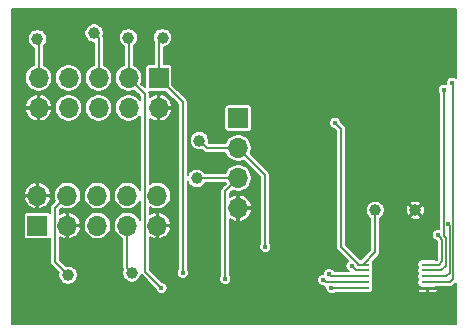
<source format=gbr>
%TF.GenerationSoftware,KiCad,Pcbnew,5.1.8-db9833491~88~ubuntu20.04.1*%
%TF.CreationDate,2021-01-09T18:38:11-05:00*%
%TF.ProjectId,v2.1_breakout,76322e31-5f62-4726-9561-6b6f75742e6b,rev?*%
%TF.SameCoordinates,Original*%
%TF.FileFunction,Copper,L1,Top*%
%TF.FilePolarity,Positive*%
%FSLAX46Y46*%
G04 Gerber Fmt 4.6, Leading zero omitted, Abs format (unit mm)*
G04 Created by KiCad (PCBNEW 5.1.8-db9833491~88~ubuntu20.04.1) date 2021-01-09 18:38:11*
%MOMM*%
%LPD*%
G01*
G04 APERTURE LIST*
%TA.AperFunction,ComponentPad*%
%ADD10C,1.000000*%
%TD*%
%TA.AperFunction,ComponentPad*%
%ADD11O,1.700000X1.700000*%
%TD*%
%TA.AperFunction,ComponentPad*%
%ADD12R,1.700000X1.700000*%
%TD*%
%TA.AperFunction,SMDPad,CuDef*%
%ADD13R,1.100000X0.250000*%
%TD*%
%TA.AperFunction,ViaPad*%
%ADD14C,0.400000*%
%TD*%
%TA.AperFunction,Conductor*%
%ADD15C,0.203200*%
%TD*%
%TA.AperFunction,Conductor*%
%ADD16C,0.127000*%
%TD*%
%TA.AperFunction,Conductor*%
%ADD17C,0.100000*%
%TD*%
G04 APERTURE END LIST*
D10*
%TO.P,TP10,1*%
%TO.N,/C2CK*%
X52700000Y-168300000D03*
%TD*%
%TO.P,TP9,1*%
%TO.N,/TMS*%
X49500000Y-148000000D03*
%TD*%
%TO.P,TP8,1*%
%TO.N,/C2D*%
X47300000Y-168500000D03*
%TD*%
%TO.P,TP7,1*%
%TO.N,/TDI*%
X44700000Y-148500000D03*
%TD*%
%TO.P,TP6,1*%
%TO.N,/GND*%
X76700000Y-163000000D03*
%TD*%
%TO.P,TP5,1*%
%TO.N,/+3V3*%
X73300000Y-163000000D03*
%TD*%
%TO.P,TP4,1*%
%TO.N,/UART0_TX*%
X58400000Y-157100000D03*
%TD*%
%TO.P,TP3,1*%
%TO.N,/TCK*%
X55300000Y-148400000D03*
%TD*%
%TO.P,TP2,1*%
%TO.N,/UART0_RX*%
X58200000Y-160300000D03*
%TD*%
%TO.P,TP1,1*%
%TO.N,/TDO*%
X52400000Y-148400000D03*
%TD*%
D11*
%TO.P,J4,4*%
%TO.N,/GND*%
X61700000Y-162820000D03*
%TO.P,J4,3*%
%TO.N,/UART0_RX*%
X61700000Y-160280000D03*
%TO.P,J4,2*%
%TO.N,/UART0_TX*%
X61700000Y-157740000D03*
D12*
%TO.P,J4,1*%
%TO.N,/+3V3*%
X61700000Y-155200000D03*
%TD*%
D11*
%TO.P,J3,10*%
%TO.N,N/C*%
X54860000Y-161760000D03*
%TO.P,J3,9*%
%TO.N,/GND*%
X54860000Y-164300000D03*
%TO.P,J3,8*%
%TO.N,N/C*%
X52320000Y-161760000D03*
%TO.P,J3,7*%
%TO.N,/C2CK*%
X52320000Y-164300000D03*
%TO.P,J3,6*%
%TO.N,N/C*%
X49780000Y-161760000D03*
%TO.P,J3,5*%
X49780000Y-164300000D03*
%TO.P,J3,4*%
%TO.N,/C2D*%
X47240000Y-161760000D03*
%TO.P,J3,3*%
%TO.N,/GND*%
X47240000Y-164300000D03*
%TO.P,J3,2*%
X44700000Y-161760000D03*
D12*
%TO.P,J3,1*%
%TO.N,N/C*%
X44700000Y-164300000D03*
%TD*%
D13*
%TO.P,J2,6*%
%TO.N,/C2CK*%
X77750000Y-167600000D03*
%TO.P,J2,7*%
%TO.N,/TMS*%
X77750000Y-168100000D03*
%TO.P,J2,8*%
%TO.N,/C2D*%
X77750000Y-168600000D03*
%TO.P,J2,9*%
%TO.N,/TDI*%
X77750000Y-169100000D03*
%TO.P,J2,10*%
%TO.N,/GND*%
X77750000Y-169600000D03*
%TO.P,J2,1*%
%TO.N,/+3V3*%
X72250000Y-167600000D03*
%TO.P,J2,2*%
%TO.N,/UART0_TX*%
X72250000Y-168100000D03*
%TO.P,J2,3*%
%TO.N,/TCK*%
X72250000Y-168600000D03*
%TO.P,J2,4*%
%TO.N,/UART0_RX*%
X72250000Y-169100000D03*
%TO.P,J2,5*%
%TO.N,/TDO*%
X72250000Y-169600000D03*
%TD*%
D11*
%TO.P,J1,10*%
%TO.N,/GND*%
X44810000Y-154340000D03*
%TO.P,J1,9*%
%TO.N,/TDI*%
X44810000Y-151800000D03*
%TO.P,J1,8*%
%TO.N,N/C*%
X47350000Y-154340000D03*
%TO.P,J1,7*%
X47350000Y-151800000D03*
%TO.P,J1,6*%
X49890000Y-154340000D03*
%TO.P,J1,5*%
%TO.N,/TMS*%
X49890000Y-151800000D03*
%TO.P,J1,4*%
%TO.N,/+3V3*%
X52430000Y-154340000D03*
%TO.P,J1,3*%
%TO.N,/TDO*%
X52430000Y-151800000D03*
%TO.P,J1,2*%
%TO.N,/GND*%
X54970000Y-154340000D03*
D12*
%TO.P,J1,1*%
%TO.N,/TCK*%
X54970000Y-151800000D03*
%TD*%
D14*
%TO.N,/GND*%
X74200000Y-155100000D03*
X75100000Y-172300000D03*
X62200000Y-169800000D03*
X69000000Y-150500000D03*
X46000000Y-158900000D03*
X58700000Y-167200000D03*
X58300000Y-148700000D03*
X68900000Y-158700000D03*
X71300000Y-162700000D03*
X74500000Y-150000000D03*
X72200000Y-157100000D03*
X72300000Y-149700000D03*
X76800000Y-156500000D03*
X61700000Y-166700000D03*
X50400000Y-168200000D03*
X55000000Y-158400000D03*
X51400000Y-158100000D03*
X58500000Y-162100000D03*
%TO.N,/TDI*%
X79800000Y-152200000D03*
%TO.N,/TMS*%
X79100000Y-152800000D03*
%TO.N,/+3V3*%
X69900000Y-155600000D03*
%TO.N,/TDO*%
X55200000Y-169600000D03*
X69600000Y-169600000D03*
%TO.N,/TCK*%
X57000000Y-168300000D03*
X69400000Y-168400000D03*
%TO.N,/C2CK*%
X78600000Y-165100000D03*
%TO.N,/C2D*%
X79496800Y-164200000D03*
%TO.N,/UART0_TX*%
X71300000Y-167700000D03*
X64000000Y-166100000D03*
%TO.N,/UART0_RX*%
X68900000Y-168900000D03*
X60600000Y-168800000D03*
%TD*%
D15*
%TO.N,/TDI*%
X44810000Y-148610000D02*
X44700000Y-148500000D01*
X44810000Y-151800000D02*
X44810000Y-148610000D01*
X77750000Y-169100000D02*
X79600000Y-169100000D01*
X79600000Y-169100000D02*
X79900000Y-168800000D01*
X79900000Y-168800000D02*
X79900000Y-152700000D01*
X79900000Y-152300000D02*
X79800000Y-152200000D01*
X79900000Y-152700000D02*
X79900000Y-152300000D01*
%TO.N,/TMS*%
X49890000Y-148390000D02*
X49500000Y-148000000D01*
X49890000Y-151800000D02*
X49890000Y-148390000D01*
X77750000Y-168100000D02*
X78890380Y-168100000D01*
X78890380Y-168100000D02*
X79290380Y-167700000D01*
X79290380Y-167700000D02*
X79290380Y-165373744D01*
X79093599Y-165176963D02*
X79093599Y-152906401D01*
X79290380Y-165373744D02*
X79093599Y-165176963D01*
X79093599Y-152806401D02*
X79100000Y-152800000D01*
X79093599Y-152906401D02*
X79093599Y-152806401D01*
%TO.N,/+3V3*%
X73300000Y-166550000D02*
X72250000Y-167600000D01*
X73300000Y-163000000D02*
X73300000Y-166550000D01*
X69900000Y-155600000D02*
X70400000Y-156100000D01*
X71900000Y-167600000D02*
X72250000Y-167600000D01*
X70400000Y-166100000D02*
X71900000Y-167600000D01*
X70400000Y-156100000D02*
X70400000Y-166100000D01*
%TO.N,/TDO*%
X52430000Y-148430000D02*
X52400000Y-148400000D01*
X52430000Y-151800000D02*
X52430000Y-148430000D01*
X53806799Y-153176799D02*
X53806799Y-168206799D01*
X52430000Y-151800000D02*
X53806799Y-153176799D01*
X53806799Y-168206799D02*
X55200000Y-169600000D01*
X69600000Y-169600000D02*
X72250000Y-169600000D01*
%TO.N,/TCK*%
X54970000Y-148730000D02*
X55300000Y-148400000D01*
X54970000Y-151800000D02*
X54970000Y-148730000D01*
X54970000Y-151800000D02*
X57000000Y-153830000D01*
X57000000Y-153830000D02*
X57000000Y-168300000D01*
X69600000Y-168600000D02*
X72250000Y-168600000D01*
X69400000Y-168400000D02*
X69600000Y-168600000D01*
%TO.N,/C2CK*%
X52320000Y-167920000D02*
X52700000Y-168300000D01*
X52320000Y-164300000D02*
X52320000Y-167920000D01*
X77750000Y-167600000D02*
X78685570Y-167600000D01*
X78685570Y-167600000D02*
X78985570Y-167300000D01*
X78985570Y-167300000D02*
X78985570Y-165500000D01*
X78788790Y-165288790D02*
X78600000Y-165100000D01*
X78788790Y-165303220D02*
X78788790Y-165288790D01*
X78985570Y-165500000D02*
X78788790Y-165303220D01*
%TO.N,/C2D*%
X46186799Y-167386799D02*
X47300000Y-168500000D01*
X46186799Y-162813201D02*
X46186799Y-167386799D01*
X47240000Y-161760000D02*
X46186799Y-162813201D01*
X77750000Y-168600000D02*
X79295190Y-168600000D01*
X79295190Y-168600000D02*
X79595190Y-168300000D01*
X79595190Y-168300000D02*
X79595190Y-165500000D01*
X79595190Y-164298390D02*
X79496800Y-164200000D01*
X79595190Y-165500000D02*
X79595190Y-164298390D01*
%TO.N,/UART0_TX*%
X59040000Y-157740000D02*
X58400000Y-157100000D01*
X61700000Y-157740000D02*
X59040000Y-157740000D01*
X71700000Y-168100000D02*
X71300000Y-167700000D01*
X72250000Y-168100000D02*
X71700000Y-168100000D01*
X64000000Y-160040000D02*
X61700000Y-157740000D01*
X64000000Y-166100000D02*
X64000000Y-160040000D01*
%TO.N,/UART0_RX*%
X58220000Y-160280000D02*
X58200000Y-160300000D01*
X61700000Y-160280000D02*
X58220000Y-160280000D01*
X69100000Y-169100000D02*
X68900000Y-168900000D01*
X72250000Y-169100000D02*
X69100000Y-169100000D01*
X60600000Y-161380000D02*
X61700000Y-160280000D01*
X60600000Y-168800000D02*
X60600000Y-161380000D01*
%TD*%
D16*
%TO.N,/GND*%
X80157501Y-151825645D02*
X80129887Y-151798031D01*
X80045128Y-151741397D01*
X79950949Y-151702387D01*
X79850969Y-151682500D01*
X79749031Y-151682500D01*
X79649051Y-151702387D01*
X79554872Y-151741397D01*
X79470113Y-151798031D01*
X79398031Y-151870113D01*
X79341397Y-151954872D01*
X79302387Y-152049051D01*
X79282500Y-152149031D01*
X79282500Y-152250969D01*
X79296479Y-152321246D01*
X79250949Y-152302387D01*
X79150969Y-152282500D01*
X79049031Y-152282500D01*
X78949051Y-152302387D01*
X78854872Y-152341397D01*
X78770113Y-152398031D01*
X78698031Y-152470113D01*
X78641397Y-152554872D01*
X78602387Y-152649051D01*
X78582500Y-152749031D01*
X78582500Y-152850969D01*
X78602387Y-152950949D01*
X78641397Y-153045128D01*
X78674500Y-153094670D01*
X78674499Y-164587180D01*
X78650969Y-164582500D01*
X78549031Y-164582500D01*
X78449051Y-164602387D01*
X78354872Y-164641397D01*
X78270113Y-164698031D01*
X78198031Y-164770113D01*
X78141397Y-164854872D01*
X78102387Y-164949051D01*
X78082500Y-165049031D01*
X78082500Y-165150969D01*
X78102387Y-165250949D01*
X78141397Y-165345128D01*
X78198031Y-165429887D01*
X78270113Y-165501969D01*
X78354872Y-165558603D01*
X78449051Y-165597613D01*
X78498980Y-165607544D01*
X78507001Y-165614127D01*
X78566471Y-165673597D01*
X78566470Y-167126403D01*
X78511974Y-167180900D01*
X78423308Y-167180900D01*
X78422090Y-167180249D01*
X78362241Y-167162094D01*
X78300000Y-167155964D01*
X77200000Y-167155964D01*
X77137759Y-167162094D01*
X77077910Y-167180249D01*
X77022753Y-167209731D01*
X76974407Y-167249407D01*
X76934731Y-167297753D01*
X76905249Y-167352910D01*
X76887094Y-167412759D01*
X76880964Y-167475000D01*
X76880964Y-167725000D01*
X76887094Y-167787241D01*
X76905249Y-167847090D01*
X76906804Y-167850000D01*
X76905249Y-167852910D01*
X76887094Y-167912759D01*
X76880964Y-167975000D01*
X76880964Y-168225000D01*
X76887094Y-168287241D01*
X76905249Y-168347090D01*
X76906804Y-168350000D01*
X76905249Y-168352910D01*
X76887094Y-168412759D01*
X76880964Y-168475000D01*
X76880964Y-168725000D01*
X76887094Y-168787241D01*
X76905249Y-168847090D01*
X76906804Y-168850000D01*
X76905249Y-168852910D01*
X76887094Y-168912759D01*
X76880964Y-168975000D01*
X76880964Y-169225000D01*
X76887094Y-169287241D01*
X76905249Y-169347090D01*
X76906622Y-169349659D01*
X76887811Y-169409259D01*
X76882500Y-169459125D01*
X76961875Y-169538500D01*
X77143790Y-169538500D01*
X77200000Y-169544036D01*
X78300000Y-169544036D01*
X78356210Y-169538500D01*
X78538125Y-169538500D01*
X78557525Y-169519100D01*
X79579420Y-169519100D01*
X79600000Y-169521127D01*
X79620580Y-169519100D01*
X79682158Y-169513035D01*
X79761158Y-169489071D01*
X79833966Y-169450154D01*
X79897782Y-169397782D01*
X79910907Y-169381789D01*
X80157500Y-169135197D01*
X80157500Y-172657500D01*
X42542500Y-172657500D01*
X42542500Y-163450000D01*
X43530964Y-163450000D01*
X43530964Y-165150000D01*
X43537094Y-165212241D01*
X43555249Y-165272090D01*
X43584731Y-165327247D01*
X43624407Y-165375593D01*
X43672753Y-165415269D01*
X43727910Y-165444751D01*
X43787759Y-165462906D01*
X43850000Y-165469036D01*
X45550000Y-165469036D01*
X45612241Y-165462906D01*
X45672090Y-165444751D01*
X45727247Y-165415269D01*
X45767700Y-165382071D01*
X45767700Y-167366209D01*
X45765672Y-167386799D01*
X45773764Y-167468956D01*
X45797729Y-167547957D01*
X45830411Y-167609100D01*
X45836646Y-167620765D01*
X45889018Y-167684581D01*
X45905005Y-167697701D01*
X46506439Y-168299135D01*
X46482500Y-168419483D01*
X46482500Y-168580517D01*
X46513916Y-168738456D01*
X46575540Y-168887232D01*
X46665006Y-169021126D01*
X46778874Y-169134994D01*
X46912768Y-169224460D01*
X47061544Y-169286084D01*
X47219483Y-169317500D01*
X47380517Y-169317500D01*
X47538456Y-169286084D01*
X47687232Y-169224460D01*
X47821126Y-169134994D01*
X47934994Y-169021126D01*
X48024460Y-168887232D01*
X48086084Y-168738456D01*
X48117500Y-168580517D01*
X48117500Y-168419483D01*
X48086084Y-168261544D01*
X48024460Y-168112768D01*
X47934994Y-167978874D01*
X47821126Y-167865006D01*
X47687232Y-167775540D01*
X47538456Y-167713916D01*
X47380517Y-167682500D01*
X47219483Y-167682500D01*
X47099135Y-167706439D01*
X46605899Y-167213203D01*
X46605899Y-165280260D01*
X46606147Y-165280457D01*
X46809604Y-165385276D01*
X46994915Y-165441486D01*
X47176500Y-165386271D01*
X47176500Y-164363500D01*
X47303500Y-164363500D01*
X47303500Y-165386271D01*
X47485085Y-165441486D01*
X47670396Y-165385276D01*
X47873853Y-165280457D01*
X48052951Y-165137959D01*
X48200808Y-164963259D01*
X48311742Y-164763070D01*
X48381489Y-164545086D01*
X48326400Y-164363500D01*
X47303500Y-164363500D01*
X47176500Y-164363500D01*
X47156500Y-164363500D01*
X47156500Y-164236500D01*
X47176500Y-164236500D01*
X47176500Y-163213729D01*
X47303500Y-163213729D01*
X47303500Y-164236500D01*
X48326400Y-164236500D01*
X48342020Y-164185011D01*
X48612500Y-164185011D01*
X48612500Y-164414989D01*
X48657366Y-164640547D01*
X48745375Y-164853019D01*
X48873144Y-165044238D01*
X49035762Y-165206856D01*
X49226981Y-165334625D01*
X49439453Y-165422634D01*
X49665011Y-165467500D01*
X49894989Y-165467500D01*
X50120547Y-165422634D01*
X50333019Y-165334625D01*
X50524238Y-165206856D01*
X50686856Y-165044238D01*
X50814625Y-164853019D01*
X50902634Y-164640547D01*
X50947500Y-164414989D01*
X50947500Y-164185011D01*
X50902634Y-163959453D01*
X50814625Y-163746981D01*
X50686856Y-163555762D01*
X50524238Y-163393144D01*
X50333019Y-163265375D01*
X50120547Y-163177366D01*
X49894989Y-163132500D01*
X49665011Y-163132500D01*
X49439453Y-163177366D01*
X49226981Y-163265375D01*
X49035762Y-163393144D01*
X48873144Y-163555762D01*
X48745375Y-163746981D01*
X48657366Y-163959453D01*
X48612500Y-164185011D01*
X48342020Y-164185011D01*
X48381489Y-164054914D01*
X48311742Y-163836930D01*
X48200808Y-163636741D01*
X48052951Y-163462041D01*
X47873853Y-163319543D01*
X47670396Y-163214724D01*
X47485085Y-163158514D01*
X47303500Y-163213729D01*
X47176500Y-163213729D01*
X46994915Y-163158514D01*
X46809604Y-163214724D01*
X46606147Y-163319543D01*
X46605899Y-163319740D01*
X46605899Y-162986797D01*
X46765534Y-162827163D01*
X46899453Y-162882634D01*
X47125011Y-162927500D01*
X47354989Y-162927500D01*
X47580547Y-162882634D01*
X47793019Y-162794625D01*
X47984238Y-162666856D01*
X48146856Y-162504238D01*
X48274625Y-162313019D01*
X48362634Y-162100547D01*
X48407500Y-161874989D01*
X48407500Y-161645011D01*
X48612500Y-161645011D01*
X48612500Y-161874989D01*
X48657366Y-162100547D01*
X48745375Y-162313019D01*
X48873144Y-162504238D01*
X49035762Y-162666856D01*
X49226981Y-162794625D01*
X49439453Y-162882634D01*
X49665011Y-162927500D01*
X49894989Y-162927500D01*
X50120547Y-162882634D01*
X50333019Y-162794625D01*
X50524238Y-162666856D01*
X50686856Y-162504238D01*
X50814625Y-162313019D01*
X50902634Y-162100547D01*
X50947500Y-161874989D01*
X50947500Y-161645011D01*
X51152500Y-161645011D01*
X51152500Y-161874989D01*
X51197366Y-162100547D01*
X51285375Y-162313019D01*
X51413144Y-162504238D01*
X51575762Y-162666856D01*
X51766981Y-162794625D01*
X51979453Y-162882634D01*
X52205011Y-162927500D01*
X52434989Y-162927500D01*
X52660547Y-162882634D01*
X52873019Y-162794625D01*
X53064238Y-162666856D01*
X53226856Y-162504238D01*
X53354625Y-162313019D01*
X53387700Y-162233170D01*
X53387700Y-163826830D01*
X53354625Y-163746981D01*
X53226856Y-163555762D01*
X53064238Y-163393144D01*
X52873019Y-163265375D01*
X52660547Y-163177366D01*
X52434989Y-163132500D01*
X52205011Y-163132500D01*
X51979453Y-163177366D01*
X51766981Y-163265375D01*
X51575762Y-163393144D01*
X51413144Y-163555762D01*
X51285375Y-163746981D01*
X51197366Y-163959453D01*
X51152500Y-164185011D01*
X51152500Y-164414989D01*
X51197366Y-164640547D01*
X51285375Y-164853019D01*
X51413144Y-165044238D01*
X51575762Y-165206856D01*
X51766981Y-165334625D01*
X51900900Y-165390096D01*
X51900901Y-167899410D01*
X51898873Y-167920000D01*
X51906965Y-168002157D01*
X51920303Y-168046125D01*
X51913916Y-168061544D01*
X51882500Y-168219483D01*
X51882500Y-168380517D01*
X51913916Y-168538456D01*
X51975540Y-168687232D01*
X52065006Y-168821126D01*
X52178874Y-168934994D01*
X52312768Y-169024460D01*
X52461544Y-169086084D01*
X52619483Y-169117500D01*
X52780517Y-169117500D01*
X52938456Y-169086084D01*
X53087232Y-169024460D01*
X53221126Y-168934994D01*
X53334994Y-168821126D01*
X53424460Y-168687232D01*
X53486084Y-168538456D01*
X53495982Y-168488696D01*
X53509018Y-168504581D01*
X53525005Y-168517701D01*
X54688516Y-169681213D01*
X54702387Y-169750949D01*
X54741397Y-169845128D01*
X54798031Y-169929887D01*
X54870113Y-170001969D01*
X54954872Y-170058603D01*
X55049051Y-170097613D01*
X55149031Y-170117500D01*
X55250969Y-170117500D01*
X55350949Y-170097613D01*
X55445128Y-170058603D01*
X55529887Y-170001969D01*
X55601969Y-169929887D01*
X55658603Y-169845128D01*
X55697613Y-169750949D01*
X55717500Y-169650969D01*
X55717500Y-169549031D01*
X55697613Y-169449051D01*
X55658603Y-169354872D01*
X55601969Y-169270113D01*
X55529887Y-169198031D01*
X55445128Y-169141397D01*
X55350949Y-169102387D01*
X55281213Y-169088516D01*
X54225899Y-168033203D01*
X54225899Y-165280260D01*
X54226147Y-165280457D01*
X54429604Y-165385276D01*
X54614915Y-165441486D01*
X54796500Y-165386271D01*
X54796500Y-164363500D01*
X54923500Y-164363500D01*
X54923500Y-165386271D01*
X55105085Y-165441486D01*
X55290396Y-165385276D01*
X55493853Y-165280457D01*
X55672951Y-165137959D01*
X55820808Y-164963259D01*
X55931742Y-164763070D01*
X56001489Y-164545086D01*
X55946400Y-164363500D01*
X54923500Y-164363500D01*
X54796500Y-164363500D01*
X54776500Y-164363500D01*
X54776500Y-164236500D01*
X54796500Y-164236500D01*
X54796500Y-163213729D01*
X54923500Y-163213729D01*
X54923500Y-164236500D01*
X55946400Y-164236500D01*
X56001489Y-164054914D01*
X55931742Y-163836930D01*
X55820808Y-163636741D01*
X55672951Y-163462041D01*
X55493853Y-163319543D01*
X55290396Y-163214724D01*
X55105085Y-163158514D01*
X54923500Y-163213729D01*
X54796500Y-163213729D01*
X54614915Y-163158514D01*
X54429604Y-163214724D01*
X54226147Y-163319543D01*
X54225899Y-163319740D01*
X54225899Y-162740448D01*
X54306981Y-162794625D01*
X54519453Y-162882634D01*
X54745011Y-162927500D01*
X54974989Y-162927500D01*
X55200547Y-162882634D01*
X55413019Y-162794625D01*
X55604238Y-162666856D01*
X55766856Y-162504238D01*
X55894625Y-162313019D01*
X55982634Y-162100547D01*
X56027500Y-161874989D01*
X56027500Y-161645011D01*
X55982634Y-161419453D01*
X55894625Y-161206981D01*
X55766856Y-161015762D01*
X55604238Y-160853144D01*
X55413019Y-160725375D01*
X55200547Y-160637366D01*
X54974989Y-160592500D01*
X54745011Y-160592500D01*
X54519453Y-160637366D01*
X54306981Y-160725375D01*
X54225899Y-160779552D01*
X54225899Y-155232739D01*
X54336147Y-155320457D01*
X54539604Y-155425276D01*
X54724915Y-155481486D01*
X54906500Y-155426271D01*
X54906500Y-154403500D01*
X55033500Y-154403500D01*
X55033500Y-155426271D01*
X55215085Y-155481486D01*
X55400396Y-155425276D01*
X55603853Y-155320457D01*
X55782951Y-155177959D01*
X55930808Y-155003259D01*
X56041742Y-154803070D01*
X56111489Y-154585086D01*
X56056400Y-154403500D01*
X55033500Y-154403500D01*
X54906500Y-154403500D01*
X54886500Y-154403500D01*
X54886500Y-154276500D01*
X54906500Y-154276500D01*
X54906500Y-153253729D01*
X55033500Y-153253729D01*
X55033500Y-154276500D01*
X56056400Y-154276500D01*
X56111489Y-154094914D01*
X56041742Y-153876930D01*
X55930808Y-153676741D01*
X55782951Y-153502041D01*
X55603853Y-153359543D01*
X55400396Y-153254724D01*
X55215085Y-153198514D01*
X55033500Y-153253729D01*
X54906500Y-153253729D01*
X54724915Y-153198514D01*
X54539604Y-153254724D01*
X54336147Y-153359543D01*
X54225899Y-153447261D01*
X54225899Y-153197379D01*
X54227926Y-153176799D01*
X54219834Y-153094641D01*
X54218144Y-153089071D01*
X54195870Y-153015641D01*
X54170959Y-152969036D01*
X55546340Y-152969036D01*
X56580900Y-154003597D01*
X56580901Y-167995750D01*
X56541397Y-168054872D01*
X56502387Y-168149051D01*
X56482500Y-168249031D01*
X56482500Y-168350969D01*
X56502387Y-168450949D01*
X56541397Y-168545128D01*
X56598031Y-168629887D01*
X56670113Y-168701969D01*
X56754872Y-168758603D01*
X56849051Y-168797613D01*
X56949031Y-168817500D01*
X57050969Y-168817500D01*
X57150949Y-168797613D01*
X57245128Y-168758603D01*
X57329887Y-168701969D01*
X57401969Y-168629887D01*
X57458603Y-168545128D01*
X57497613Y-168450949D01*
X57517500Y-168350969D01*
X57517500Y-168249031D01*
X57497613Y-168149051D01*
X57458603Y-168054872D01*
X57419100Y-167995751D01*
X57419100Y-160550971D01*
X57475540Y-160687232D01*
X57565006Y-160821126D01*
X57678874Y-160934994D01*
X57812768Y-161024460D01*
X57961544Y-161086084D01*
X58119483Y-161117500D01*
X58280517Y-161117500D01*
X58438456Y-161086084D01*
X58587232Y-161024460D01*
X58721126Y-160934994D01*
X58834994Y-160821126D01*
X58916530Y-160699100D01*
X60609904Y-160699100D01*
X60632837Y-160754466D01*
X60318206Y-161069098D01*
X60302219Y-161082218D01*
X60289100Y-161098204D01*
X60249846Y-161146035D01*
X60210930Y-161218842D01*
X60186965Y-161297843D01*
X60178873Y-161380000D01*
X60180901Y-161400590D01*
X60180900Y-168495751D01*
X60141397Y-168554872D01*
X60102387Y-168649051D01*
X60082500Y-168749031D01*
X60082500Y-168850969D01*
X60102387Y-168950949D01*
X60141397Y-169045128D01*
X60198031Y-169129887D01*
X60270113Y-169201969D01*
X60354872Y-169258603D01*
X60449051Y-169297613D01*
X60549031Y-169317500D01*
X60650969Y-169317500D01*
X60750949Y-169297613D01*
X60845128Y-169258603D01*
X60929887Y-169201969D01*
X61001969Y-169129887D01*
X61058603Y-169045128D01*
X61097613Y-168950949D01*
X61117500Y-168850969D01*
X61117500Y-168849031D01*
X68382500Y-168849031D01*
X68382500Y-168950969D01*
X68402387Y-169050949D01*
X68441397Y-169145128D01*
X68498031Y-169229887D01*
X68570113Y-169301969D01*
X68654872Y-169358603D01*
X68749051Y-169397613D01*
X68818955Y-169411518D01*
X68866034Y-169450154D01*
X68938842Y-169489071D01*
X69017842Y-169513035D01*
X69088280Y-169519973D01*
X69082500Y-169549031D01*
X69082500Y-169650969D01*
X69102387Y-169750949D01*
X69141397Y-169845128D01*
X69198031Y-169929887D01*
X69270113Y-170001969D01*
X69354872Y-170058603D01*
X69449051Y-170097613D01*
X69549031Y-170117500D01*
X69650969Y-170117500D01*
X69750949Y-170097613D01*
X69845128Y-170058603D01*
X69904249Y-170019100D01*
X71576692Y-170019100D01*
X71577910Y-170019751D01*
X71637759Y-170037906D01*
X71700000Y-170044036D01*
X72800000Y-170044036D01*
X72862241Y-170037906D01*
X72922090Y-170019751D01*
X72977247Y-169990269D01*
X73025593Y-169950593D01*
X73065269Y-169902247D01*
X73094751Y-169847090D01*
X73112906Y-169787241D01*
X73117472Y-169740875D01*
X76882500Y-169740875D01*
X76887811Y-169790741D01*
X76906635Y-169850383D01*
X76936733Y-169905206D01*
X76976948Y-169953105D01*
X77025735Y-169992237D01*
X77081219Y-170021100D01*
X77141267Y-170038583D01*
X77203573Y-170044016D01*
X77607125Y-170042500D01*
X77686500Y-169963125D01*
X77686500Y-169661500D01*
X77813500Y-169661500D01*
X77813500Y-169963125D01*
X77892875Y-170042500D01*
X78296427Y-170044016D01*
X78358733Y-170038583D01*
X78418781Y-170021100D01*
X78474265Y-169992237D01*
X78523052Y-169953105D01*
X78563267Y-169905206D01*
X78593365Y-169850383D01*
X78612189Y-169790741D01*
X78617500Y-169740875D01*
X78538125Y-169661500D01*
X77813500Y-169661500D01*
X77686500Y-169661500D01*
X76961875Y-169661500D01*
X76882500Y-169740875D01*
X73117472Y-169740875D01*
X73119036Y-169725000D01*
X73119036Y-169475000D01*
X73112906Y-169412759D01*
X73094751Y-169352910D01*
X73093196Y-169350000D01*
X73094751Y-169347090D01*
X73112906Y-169287241D01*
X73119036Y-169225000D01*
X73119036Y-168975000D01*
X73112906Y-168912759D01*
X73094751Y-168852910D01*
X73093196Y-168850000D01*
X73094751Y-168847090D01*
X73112906Y-168787241D01*
X73119036Y-168725000D01*
X73119036Y-168475000D01*
X73112906Y-168412759D01*
X73094751Y-168352910D01*
X73093196Y-168350000D01*
X73094751Y-168347090D01*
X73112906Y-168287241D01*
X73119036Y-168225000D01*
X73119036Y-167975000D01*
X73112906Y-167912759D01*
X73094751Y-167852910D01*
X73093196Y-167850000D01*
X73094751Y-167847090D01*
X73112906Y-167787241D01*
X73119036Y-167725000D01*
X73119036Y-167475000D01*
X73112906Y-167412759D01*
X73094751Y-167352910D01*
X73093022Y-167349675D01*
X73581794Y-166860903D01*
X73597782Y-166847782D01*
X73650154Y-166783966D01*
X73689071Y-166711158D01*
X73713035Y-166632158D01*
X73719100Y-166570580D01*
X73721127Y-166550001D01*
X73719100Y-166529421D01*
X73719100Y-163703166D01*
X73821126Y-163634994D01*
X73888413Y-163567707D01*
X76222096Y-163567707D01*
X76269978Y-163699908D01*
X76414786Y-163770353D01*
X76570556Y-163811193D01*
X76731299Y-163820860D01*
X76890840Y-163798981D01*
X77043046Y-163746398D01*
X77130022Y-163699908D01*
X77177904Y-163567707D01*
X76700000Y-163089803D01*
X76222096Y-163567707D01*
X73888413Y-163567707D01*
X73934994Y-163521126D01*
X74024460Y-163387232D01*
X74086084Y-163238456D01*
X74117500Y-163080517D01*
X74117500Y-163031299D01*
X75879140Y-163031299D01*
X75901019Y-163190840D01*
X75953602Y-163343046D01*
X76000092Y-163430022D01*
X76132293Y-163477904D01*
X76610197Y-163000000D01*
X76789803Y-163000000D01*
X77267707Y-163477904D01*
X77399908Y-163430022D01*
X77470353Y-163285214D01*
X77511193Y-163129444D01*
X77520860Y-162968701D01*
X77498981Y-162809160D01*
X77446398Y-162656954D01*
X77399908Y-162569978D01*
X77267707Y-162522096D01*
X76789803Y-163000000D01*
X76610197Y-163000000D01*
X76132293Y-162522096D01*
X76000092Y-162569978D01*
X75929647Y-162714786D01*
X75888807Y-162870556D01*
X75879140Y-163031299D01*
X74117500Y-163031299D01*
X74117500Y-162919483D01*
X74086084Y-162761544D01*
X74024460Y-162612768D01*
X73934994Y-162478874D01*
X73888413Y-162432293D01*
X76222096Y-162432293D01*
X76700000Y-162910197D01*
X77177904Y-162432293D01*
X77130022Y-162300092D01*
X76985214Y-162229647D01*
X76829444Y-162188807D01*
X76668701Y-162179140D01*
X76509160Y-162201019D01*
X76356954Y-162253602D01*
X76269978Y-162300092D01*
X76222096Y-162432293D01*
X73888413Y-162432293D01*
X73821126Y-162365006D01*
X73687232Y-162275540D01*
X73538456Y-162213916D01*
X73380517Y-162182500D01*
X73219483Y-162182500D01*
X73061544Y-162213916D01*
X72912768Y-162275540D01*
X72778874Y-162365006D01*
X72665006Y-162478874D01*
X72575540Y-162612768D01*
X72513916Y-162761544D01*
X72482500Y-162919483D01*
X72482500Y-163080517D01*
X72513916Y-163238456D01*
X72575540Y-163387232D01*
X72665006Y-163521126D01*
X72778874Y-163634994D01*
X72880900Y-163703166D01*
X72880901Y-166376402D01*
X72101340Y-167155964D01*
X72048661Y-167155964D01*
X70819100Y-165926404D01*
X70819100Y-156120580D01*
X70821127Y-156100000D01*
X70813035Y-156017842D01*
X70789071Y-155938843D01*
X70789071Y-155938842D01*
X70750154Y-155866034D01*
X70697782Y-155802218D01*
X70681795Y-155789098D01*
X70411484Y-155518788D01*
X70397613Y-155449051D01*
X70358603Y-155354872D01*
X70301969Y-155270113D01*
X70229887Y-155198031D01*
X70145128Y-155141397D01*
X70050949Y-155102387D01*
X69950969Y-155082500D01*
X69849031Y-155082500D01*
X69749051Y-155102387D01*
X69654872Y-155141397D01*
X69570113Y-155198031D01*
X69498031Y-155270113D01*
X69441397Y-155354872D01*
X69402387Y-155449051D01*
X69382500Y-155549031D01*
X69382500Y-155650969D01*
X69402387Y-155750949D01*
X69441397Y-155845128D01*
X69498031Y-155929887D01*
X69570113Y-156001969D01*
X69654872Y-156058603D01*
X69749051Y-156097613D01*
X69818788Y-156111484D01*
X69980900Y-156273597D01*
X69980901Y-166079410D01*
X69978873Y-166100000D01*
X69986965Y-166182157D01*
X70010930Y-166261158D01*
X70040263Y-166316035D01*
X70049847Y-166333966D01*
X70102219Y-166397782D01*
X70118206Y-166410902D01*
X70991227Y-167283923D01*
X70970113Y-167298031D01*
X70898031Y-167370113D01*
X70841397Y-167454872D01*
X70802387Y-167549051D01*
X70782500Y-167649031D01*
X70782500Y-167750969D01*
X70802387Y-167850949D01*
X70841397Y-167945128D01*
X70898031Y-168029887D01*
X70970113Y-168101969D01*
X71054872Y-168158603D01*
X71108702Y-168180900D01*
X69869384Y-168180900D01*
X69858603Y-168154872D01*
X69801969Y-168070113D01*
X69729887Y-167998031D01*
X69645128Y-167941397D01*
X69550949Y-167902387D01*
X69450969Y-167882500D01*
X69349031Y-167882500D01*
X69249051Y-167902387D01*
X69154872Y-167941397D01*
X69070113Y-167998031D01*
X68998031Y-168070113D01*
X68941397Y-168154872D01*
X68902387Y-168249051D01*
X68882500Y-168349031D01*
X68882500Y-168382500D01*
X68849031Y-168382500D01*
X68749051Y-168402387D01*
X68654872Y-168441397D01*
X68570113Y-168498031D01*
X68498031Y-168570113D01*
X68441397Y-168654872D01*
X68402387Y-168749051D01*
X68382500Y-168849031D01*
X61117500Y-168849031D01*
X61117500Y-168749031D01*
X61097613Y-168649051D01*
X61058603Y-168554872D01*
X61019100Y-168495751D01*
X61019100Y-163765878D01*
X61036741Y-163780808D01*
X61236930Y-163891742D01*
X61454914Y-163961489D01*
X61636500Y-163906400D01*
X61636500Y-162883500D01*
X61763500Y-162883500D01*
X61763500Y-163906400D01*
X61945086Y-163961489D01*
X62163070Y-163891742D01*
X62363259Y-163780808D01*
X62537959Y-163632951D01*
X62680457Y-163453853D01*
X62785276Y-163250396D01*
X62841486Y-163065085D01*
X62786271Y-162883500D01*
X61763500Y-162883500D01*
X61636500Y-162883500D01*
X61616500Y-162883500D01*
X61616500Y-162756500D01*
X61636500Y-162756500D01*
X61636500Y-161733600D01*
X61763500Y-161733600D01*
X61763500Y-162756500D01*
X62786271Y-162756500D01*
X62841486Y-162574915D01*
X62785276Y-162389604D01*
X62680457Y-162186147D01*
X62537959Y-162007049D01*
X62363259Y-161859192D01*
X62163070Y-161748258D01*
X61945086Y-161678511D01*
X61763500Y-161733600D01*
X61636500Y-161733600D01*
X61454914Y-161678511D01*
X61236930Y-161748258D01*
X61036741Y-161859192D01*
X61019100Y-161874122D01*
X61019100Y-161553596D01*
X61225534Y-161347163D01*
X61359453Y-161402634D01*
X61585011Y-161447500D01*
X61814989Y-161447500D01*
X62040547Y-161402634D01*
X62253019Y-161314625D01*
X62444238Y-161186856D01*
X62606856Y-161024238D01*
X62734625Y-160833019D01*
X62822634Y-160620547D01*
X62867500Y-160394989D01*
X62867500Y-160165011D01*
X62822634Y-159939453D01*
X62734625Y-159726981D01*
X62606856Y-159535762D01*
X62444238Y-159373144D01*
X62253019Y-159245375D01*
X62040547Y-159157366D01*
X61814989Y-159112500D01*
X61585011Y-159112500D01*
X61359453Y-159157366D01*
X61146981Y-159245375D01*
X60955762Y-159373144D01*
X60793144Y-159535762D01*
X60665375Y-159726981D01*
X60609904Y-159860900D01*
X58889803Y-159860900D01*
X58834994Y-159778874D01*
X58721126Y-159665006D01*
X58587232Y-159575540D01*
X58438456Y-159513916D01*
X58280517Y-159482500D01*
X58119483Y-159482500D01*
X57961544Y-159513916D01*
X57812768Y-159575540D01*
X57678874Y-159665006D01*
X57565006Y-159778874D01*
X57475540Y-159912768D01*
X57419100Y-160049029D01*
X57419100Y-157019483D01*
X57582500Y-157019483D01*
X57582500Y-157180517D01*
X57613916Y-157338456D01*
X57675540Y-157487232D01*
X57765006Y-157621126D01*
X57878874Y-157734994D01*
X58012768Y-157824460D01*
X58161544Y-157886084D01*
X58319483Y-157917500D01*
X58480517Y-157917500D01*
X58600865Y-157893561D01*
X58729093Y-158021789D01*
X58742218Y-158037782D01*
X58806034Y-158090154D01*
X58878842Y-158129071D01*
X58957842Y-158153035D01*
X59040000Y-158161127D01*
X59060580Y-158159100D01*
X60609904Y-158159100D01*
X60665375Y-158293019D01*
X60793144Y-158484238D01*
X60955762Y-158646856D01*
X61146981Y-158774625D01*
X61359453Y-158862634D01*
X61585011Y-158907500D01*
X61814989Y-158907500D01*
X62040547Y-158862634D01*
X62174466Y-158807163D01*
X63580901Y-160213598D01*
X63580900Y-165795751D01*
X63541397Y-165854872D01*
X63502387Y-165949051D01*
X63482500Y-166049031D01*
X63482500Y-166150969D01*
X63502387Y-166250949D01*
X63541397Y-166345128D01*
X63598031Y-166429887D01*
X63670113Y-166501969D01*
X63754872Y-166558603D01*
X63849051Y-166597613D01*
X63949031Y-166617500D01*
X64050969Y-166617500D01*
X64150949Y-166597613D01*
X64245128Y-166558603D01*
X64329887Y-166501969D01*
X64401969Y-166429887D01*
X64458603Y-166345128D01*
X64497613Y-166250949D01*
X64517500Y-166150969D01*
X64517500Y-166049031D01*
X64497613Y-165949051D01*
X64458603Y-165854872D01*
X64419100Y-165795751D01*
X64419100Y-160060579D01*
X64421127Y-160039999D01*
X64413035Y-159957842D01*
X64407457Y-159939453D01*
X64389071Y-159878842D01*
X64350154Y-159806034D01*
X64297782Y-159742218D01*
X64281794Y-159729097D01*
X62767163Y-158214466D01*
X62822634Y-158080547D01*
X62867500Y-157854989D01*
X62867500Y-157625011D01*
X62822634Y-157399453D01*
X62734625Y-157186981D01*
X62606856Y-156995762D01*
X62444238Y-156833144D01*
X62253019Y-156705375D01*
X62040547Y-156617366D01*
X61814989Y-156572500D01*
X61585011Y-156572500D01*
X61359453Y-156617366D01*
X61146981Y-156705375D01*
X60955762Y-156833144D01*
X60793144Y-156995762D01*
X60665375Y-157186981D01*
X60609904Y-157320900D01*
X59213596Y-157320900D01*
X59193561Y-157300865D01*
X59217500Y-157180517D01*
X59217500Y-157019483D01*
X59186084Y-156861544D01*
X59124460Y-156712768D01*
X59034994Y-156578874D01*
X58921126Y-156465006D01*
X58787232Y-156375540D01*
X58638456Y-156313916D01*
X58480517Y-156282500D01*
X58319483Y-156282500D01*
X58161544Y-156313916D01*
X58012768Y-156375540D01*
X57878874Y-156465006D01*
X57765006Y-156578874D01*
X57675540Y-156712768D01*
X57613916Y-156861544D01*
X57582500Y-157019483D01*
X57419100Y-157019483D01*
X57419100Y-154350000D01*
X60530964Y-154350000D01*
X60530964Y-156050000D01*
X60537094Y-156112241D01*
X60555249Y-156172090D01*
X60584731Y-156227247D01*
X60624407Y-156275593D01*
X60672753Y-156315269D01*
X60727910Y-156344751D01*
X60787759Y-156362906D01*
X60850000Y-156369036D01*
X62550000Y-156369036D01*
X62612241Y-156362906D01*
X62672090Y-156344751D01*
X62727247Y-156315269D01*
X62775593Y-156275593D01*
X62815269Y-156227247D01*
X62844751Y-156172090D01*
X62862906Y-156112241D01*
X62869036Y-156050000D01*
X62869036Y-154350000D01*
X62862906Y-154287759D01*
X62844751Y-154227910D01*
X62815269Y-154172753D01*
X62775593Y-154124407D01*
X62727247Y-154084731D01*
X62672090Y-154055249D01*
X62612241Y-154037094D01*
X62550000Y-154030964D01*
X60850000Y-154030964D01*
X60787759Y-154037094D01*
X60727910Y-154055249D01*
X60672753Y-154084731D01*
X60624407Y-154124407D01*
X60584731Y-154172753D01*
X60555249Y-154227910D01*
X60537094Y-154287759D01*
X60530964Y-154350000D01*
X57419100Y-154350000D01*
X57419100Y-153850580D01*
X57421127Y-153830000D01*
X57413035Y-153747843D01*
X57413035Y-153747842D01*
X57389071Y-153668842D01*
X57350154Y-153596034D01*
X57297782Y-153532218D01*
X57281796Y-153519099D01*
X56139036Y-152376340D01*
X56139036Y-150950000D01*
X56132906Y-150887759D01*
X56114751Y-150827910D01*
X56085269Y-150772753D01*
X56045593Y-150724407D01*
X55997247Y-150684731D01*
X55942090Y-150655249D01*
X55882241Y-150637094D01*
X55820000Y-150630964D01*
X55389100Y-150630964D01*
X55389100Y-149215793D01*
X55538456Y-149186084D01*
X55687232Y-149124460D01*
X55821126Y-149034994D01*
X55934994Y-148921126D01*
X56024460Y-148787232D01*
X56086084Y-148638456D01*
X56117500Y-148480517D01*
X56117500Y-148319483D01*
X56086084Y-148161544D01*
X56024460Y-148012768D01*
X55934994Y-147878874D01*
X55821126Y-147765006D01*
X55687232Y-147675540D01*
X55538456Y-147613916D01*
X55380517Y-147582500D01*
X55219483Y-147582500D01*
X55061544Y-147613916D01*
X54912768Y-147675540D01*
X54778874Y-147765006D01*
X54665006Y-147878874D01*
X54575540Y-148012768D01*
X54513916Y-148161544D01*
X54482500Y-148319483D01*
X54482500Y-148480517D01*
X54513916Y-148638456D01*
X54549442Y-148724224D01*
X54548873Y-148730000D01*
X54550901Y-148750590D01*
X54550900Y-150630964D01*
X54120000Y-150630964D01*
X54057759Y-150637094D01*
X53997910Y-150655249D01*
X53942753Y-150684731D01*
X53894407Y-150724407D01*
X53854731Y-150772753D01*
X53825249Y-150827910D01*
X53807094Y-150887759D01*
X53800964Y-150950000D01*
X53800964Y-152578267D01*
X53497163Y-152274466D01*
X53552634Y-152140547D01*
X53597500Y-151914989D01*
X53597500Y-151685011D01*
X53552634Y-151459453D01*
X53464625Y-151246981D01*
X53336856Y-151055762D01*
X53174238Y-150893144D01*
X52983019Y-150765375D01*
X52849100Y-150709904D01*
X52849100Y-149083121D01*
X52921126Y-149034994D01*
X53034994Y-148921126D01*
X53124460Y-148787232D01*
X53186084Y-148638456D01*
X53217500Y-148480517D01*
X53217500Y-148319483D01*
X53186084Y-148161544D01*
X53124460Y-148012768D01*
X53034994Y-147878874D01*
X52921126Y-147765006D01*
X52787232Y-147675540D01*
X52638456Y-147613916D01*
X52480517Y-147582500D01*
X52319483Y-147582500D01*
X52161544Y-147613916D01*
X52012768Y-147675540D01*
X51878874Y-147765006D01*
X51765006Y-147878874D01*
X51675540Y-148012768D01*
X51613916Y-148161544D01*
X51582500Y-148319483D01*
X51582500Y-148480517D01*
X51613916Y-148638456D01*
X51675540Y-148787232D01*
X51765006Y-148921126D01*
X51878874Y-149034994D01*
X52010901Y-149123212D01*
X52010900Y-150709904D01*
X51876981Y-150765375D01*
X51685762Y-150893144D01*
X51523144Y-151055762D01*
X51395375Y-151246981D01*
X51307366Y-151459453D01*
X51262500Y-151685011D01*
X51262500Y-151914989D01*
X51307366Y-152140547D01*
X51395375Y-152353019D01*
X51523144Y-152544238D01*
X51685762Y-152706856D01*
X51876981Y-152834625D01*
X52089453Y-152922634D01*
X52315011Y-152967500D01*
X52544989Y-152967500D01*
X52770547Y-152922634D01*
X52904466Y-152867163D01*
X53387699Y-153350396D01*
X53387699Y-153671854D01*
X53336856Y-153595762D01*
X53174238Y-153433144D01*
X52983019Y-153305375D01*
X52770547Y-153217366D01*
X52544989Y-153172500D01*
X52315011Y-153172500D01*
X52089453Y-153217366D01*
X51876981Y-153305375D01*
X51685762Y-153433144D01*
X51523144Y-153595762D01*
X51395375Y-153786981D01*
X51307366Y-153999453D01*
X51262500Y-154225011D01*
X51262500Y-154454989D01*
X51307366Y-154680547D01*
X51395375Y-154893019D01*
X51523144Y-155084238D01*
X51685762Y-155246856D01*
X51876981Y-155374625D01*
X52089453Y-155462634D01*
X52315011Y-155507500D01*
X52544989Y-155507500D01*
X52770547Y-155462634D01*
X52983019Y-155374625D01*
X53174238Y-155246856D01*
X53336856Y-155084238D01*
X53387699Y-155008146D01*
X53387700Y-161286830D01*
X53354625Y-161206981D01*
X53226856Y-161015762D01*
X53064238Y-160853144D01*
X52873019Y-160725375D01*
X52660547Y-160637366D01*
X52434989Y-160592500D01*
X52205011Y-160592500D01*
X51979453Y-160637366D01*
X51766981Y-160725375D01*
X51575762Y-160853144D01*
X51413144Y-161015762D01*
X51285375Y-161206981D01*
X51197366Y-161419453D01*
X51152500Y-161645011D01*
X50947500Y-161645011D01*
X50902634Y-161419453D01*
X50814625Y-161206981D01*
X50686856Y-161015762D01*
X50524238Y-160853144D01*
X50333019Y-160725375D01*
X50120547Y-160637366D01*
X49894989Y-160592500D01*
X49665011Y-160592500D01*
X49439453Y-160637366D01*
X49226981Y-160725375D01*
X49035762Y-160853144D01*
X48873144Y-161015762D01*
X48745375Y-161206981D01*
X48657366Y-161419453D01*
X48612500Y-161645011D01*
X48407500Y-161645011D01*
X48362634Y-161419453D01*
X48274625Y-161206981D01*
X48146856Y-161015762D01*
X47984238Y-160853144D01*
X47793019Y-160725375D01*
X47580547Y-160637366D01*
X47354989Y-160592500D01*
X47125011Y-160592500D01*
X46899453Y-160637366D01*
X46686981Y-160725375D01*
X46495762Y-160853144D01*
X46333144Y-161015762D01*
X46205375Y-161206981D01*
X46117366Y-161419453D01*
X46072500Y-161645011D01*
X46072500Y-161874989D01*
X46117366Y-162100547D01*
X46172837Y-162234466D01*
X45905010Y-162502294D01*
X45889017Y-162515419D01*
X45836645Y-162579236D01*
X45797728Y-162652044D01*
X45796239Y-162656954D01*
X45773764Y-162731044D01*
X45765672Y-162813201D01*
X45767699Y-162833781D01*
X45767699Y-163217929D01*
X45727247Y-163184731D01*
X45672090Y-163155249D01*
X45612241Y-163137094D01*
X45550000Y-163130964D01*
X43850000Y-163130964D01*
X43787759Y-163137094D01*
X43727910Y-163155249D01*
X43672753Y-163184731D01*
X43624407Y-163224407D01*
X43584731Y-163272753D01*
X43555249Y-163327910D01*
X43537094Y-163387759D01*
X43530964Y-163450000D01*
X42542500Y-163450000D01*
X42542500Y-162005086D01*
X43558511Y-162005086D01*
X43628258Y-162223070D01*
X43739192Y-162423259D01*
X43887049Y-162597959D01*
X44066147Y-162740457D01*
X44269604Y-162845276D01*
X44454915Y-162901486D01*
X44636500Y-162846271D01*
X44636500Y-161823500D01*
X44763500Y-161823500D01*
X44763500Y-162846271D01*
X44945085Y-162901486D01*
X45130396Y-162845276D01*
X45333853Y-162740457D01*
X45512951Y-162597959D01*
X45660808Y-162423259D01*
X45771742Y-162223070D01*
X45841489Y-162005086D01*
X45786400Y-161823500D01*
X44763500Y-161823500D01*
X44636500Y-161823500D01*
X43613600Y-161823500D01*
X43558511Y-162005086D01*
X42542500Y-162005086D01*
X42542500Y-161514914D01*
X43558511Y-161514914D01*
X43613600Y-161696500D01*
X44636500Y-161696500D01*
X44636500Y-160673729D01*
X44763500Y-160673729D01*
X44763500Y-161696500D01*
X45786400Y-161696500D01*
X45841489Y-161514914D01*
X45771742Y-161296930D01*
X45660808Y-161096741D01*
X45512951Y-160922041D01*
X45333853Y-160779543D01*
X45130396Y-160674724D01*
X44945085Y-160618514D01*
X44763500Y-160673729D01*
X44636500Y-160673729D01*
X44454915Y-160618514D01*
X44269604Y-160674724D01*
X44066147Y-160779543D01*
X43887049Y-160922041D01*
X43739192Y-161096741D01*
X43628258Y-161296930D01*
X43558511Y-161514914D01*
X42542500Y-161514914D01*
X42542500Y-154585086D01*
X43668511Y-154585086D01*
X43738258Y-154803070D01*
X43849192Y-155003259D01*
X43997049Y-155177959D01*
X44176147Y-155320457D01*
X44379604Y-155425276D01*
X44564915Y-155481486D01*
X44746500Y-155426271D01*
X44746500Y-154403500D01*
X44873500Y-154403500D01*
X44873500Y-155426271D01*
X45055085Y-155481486D01*
X45240396Y-155425276D01*
X45443853Y-155320457D01*
X45622951Y-155177959D01*
X45770808Y-155003259D01*
X45881742Y-154803070D01*
X45951489Y-154585086D01*
X45896400Y-154403500D01*
X44873500Y-154403500D01*
X44746500Y-154403500D01*
X43723600Y-154403500D01*
X43668511Y-154585086D01*
X42542500Y-154585086D01*
X42542500Y-154094914D01*
X43668511Y-154094914D01*
X43723600Y-154276500D01*
X44746500Y-154276500D01*
X44746500Y-153253729D01*
X44873500Y-153253729D01*
X44873500Y-154276500D01*
X45896400Y-154276500D01*
X45912020Y-154225011D01*
X46182500Y-154225011D01*
X46182500Y-154454989D01*
X46227366Y-154680547D01*
X46315375Y-154893019D01*
X46443144Y-155084238D01*
X46605762Y-155246856D01*
X46796981Y-155374625D01*
X47009453Y-155462634D01*
X47235011Y-155507500D01*
X47464989Y-155507500D01*
X47690547Y-155462634D01*
X47903019Y-155374625D01*
X48094238Y-155246856D01*
X48256856Y-155084238D01*
X48384625Y-154893019D01*
X48472634Y-154680547D01*
X48517500Y-154454989D01*
X48517500Y-154225011D01*
X48722500Y-154225011D01*
X48722500Y-154454989D01*
X48767366Y-154680547D01*
X48855375Y-154893019D01*
X48983144Y-155084238D01*
X49145762Y-155246856D01*
X49336981Y-155374625D01*
X49549453Y-155462634D01*
X49775011Y-155507500D01*
X50004989Y-155507500D01*
X50230547Y-155462634D01*
X50443019Y-155374625D01*
X50634238Y-155246856D01*
X50796856Y-155084238D01*
X50924625Y-154893019D01*
X51012634Y-154680547D01*
X51057500Y-154454989D01*
X51057500Y-154225011D01*
X51012634Y-153999453D01*
X50924625Y-153786981D01*
X50796856Y-153595762D01*
X50634238Y-153433144D01*
X50443019Y-153305375D01*
X50230547Y-153217366D01*
X50004989Y-153172500D01*
X49775011Y-153172500D01*
X49549453Y-153217366D01*
X49336981Y-153305375D01*
X49145762Y-153433144D01*
X48983144Y-153595762D01*
X48855375Y-153786981D01*
X48767366Y-153999453D01*
X48722500Y-154225011D01*
X48517500Y-154225011D01*
X48472634Y-153999453D01*
X48384625Y-153786981D01*
X48256856Y-153595762D01*
X48094238Y-153433144D01*
X47903019Y-153305375D01*
X47690547Y-153217366D01*
X47464989Y-153172500D01*
X47235011Y-153172500D01*
X47009453Y-153217366D01*
X46796981Y-153305375D01*
X46605762Y-153433144D01*
X46443144Y-153595762D01*
X46315375Y-153786981D01*
X46227366Y-153999453D01*
X46182500Y-154225011D01*
X45912020Y-154225011D01*
X45951489Y-154094914D01*
X45881742Y-153876930D01*
X45770808Y-153676741D01*
X45622951Y-153502041D01*
X45443853Y-153359543D01*
X45240396Y-153254724D01*
X45055085Y-153198514D01*
X44873500Y-153253729D01*
X44746500Y-153253729D01*
X44564915Y-153198514D01*
X44379604Y-153254724D01*
X44176147Y-153359543D01*
X43997049Y-153502041D01*
X43849192Y-153676741D01*
X43738258Y-153876930D01*
X43668511Y-154094914D01*
X42542500Y-154094914D01*
X42542500Y-151685011D01*
X43642500Y-151685011D01*
X43642500Y-151914989D01*
X43687366Y-152140547D01*
X43775375Y-152353019D01*
X43903144Y-152544238D01*
X44065762Y-152706856D01*
X44256981Y-152834625D01*
X44469453Y-152922634D01*
X44695011Y-152967500D01*
X44924989Y-152967500D01*
X45150547Y-152922634D01*
X45363019Y-152834625D01*
X45554238Y-152706856D01*
X45716856Y-152544238D01*
X45844625Y-152353019D01*
X45932634Y-152140547D01*
X45977500Y-151914989D01*
X45977500Y-151685011D01*
X46182500Y-151685011D01*
X46182500Y-151914989D01*
X46227366Y-152140547D01*
X46315375Y-152353019D01*
X46443144Y-152544238D01*
X46605762Y-152706856D01*
X46796981Y-152834625D01*
X47009453Y-152922634D01*
X47235011Y-152967500D01*
X47464989Y-152967500D01*
X47690547Y-152922634D01*
X47903019Y-152834625D01*
X48094238Y-152706856D01*
X48256856Y-152544238D01*
X48384625Y-152353019D01*
X48472634Y-152140547D01*
X48517500Y-151914989D01*
X48517500Y-151685011D01*
X48472634Y-151459453D01*
X48384625Y-151246981D01*
X48256856Y-151055762D01*
X48094238Y-150893144D01*
X47903019Y-150765375D01*
X47690547Y-150677366D01*
X47464989Y-150632500D01*
X47235011Y-150632500D01*
X47009453Y-150677366D01*
X46796981Y-150765375D01*
X46605762Y-150893144D01*
X46443144Y-151055762D01*
X46315375Y-151246981D01*
X46227366Y-151459453D01*
X46182500Y-151685011D01*
X45977500Y-151685011D01*
X45932634Y-151459453D01*
X45844625Y-151246981D01*
X45716856Y-151055762D01*
X45554238Y-150893144D01*
X45363019Y-150765375D01*
X45229100Y-150709904D01*
X45229100Y-149127020D01*
X45334994Y-149021126D01*
X45424460Y-148887232D01*
X45486084Y-148738456D01*
X45517500Y-148580517D01*
X45517500Y-148419483D01*
X45486084Y-148261544D01*
X45424460Y-148112768D01*
X45334994Y-147978874D01*
X45275603Y-147919483D01*
X48682500Y-147919483D01*
X48682500Y-148080517D01*
X48713916Y-148238456D01*
X48775540Y-148387232D01*
X48865006Y-148521126D01*
X48978874Y-148634994D01*
X49112768Y-148724460D01*
X49261544Y-148786084D01*
X49419483Y-148817500D01*
X49470901Y-148817500D01*
X49470900Y-150709904D01*
X49336981Y-150765375D01*
X49145762Y-150893144D01*
X48983144Y-151055762D01*
X48855375Y-151246981D01*
X48767366Y-151459453D01*
X48722500Y-151685011D01*
X48722500Y-151914989D01*
X48767366Y-152140547D01*
X48855375Y-152353019D01*
X48983144Y-152544238D01*
X49145762Y-152706856D01*
X49336981Y-152834625D01*
X49549453Y-152922634D01*
X49775011Y-152967500D01*
X50004989Y-152967500D01*
X50230547Y-152922634D01*
X50443019Y-152834625D01*
X50634238Y-152706856D01*
X50796856Y-152544238D01*
X50924625Y-152353019D01*
X51012634Y-152140547D01*
X51057500Y-151914989D01*
X51057500Y-151685011D01*
X51012634Y-151459453D01*
X50924625Y-151246981D01*
X50796856Y-151055762D01*
X50634238Y-150893144D01*
X50443019Y-150765375D01*
X50309100Y-150709904D01*
X50309100Y-148410579D01*
X50311127Y-148389999D01*
X50303035Y-148307842D01*
X50295134Y-148281796D01*
X50283719Y-148244165D01*
X50286084Y-148238456D01*
X50317500Y-148080517D01*
X50317500Y-147919483D01*
X50286084Y-147761544D01*
X50224460Y-147612768D01*
X50134994Y-147478874D01*
X50021126Y-147365006D01*
X49887232Y-147275540D01*
X49738456Y-147213916D01*
X49580517Y-147182500D01*
X49419483Y-147182500D01*
X49261544Y-147213916D01*
X49112768Y-147275540D01*
X48978874Y-147365006D01*
X48865006Y-147478874D01*
X48775540Y-147612768D01*
X48713916Y-147761544D01*
X48682500Y-147919483D01*
X45275603Y-147919483D01*
X45221126Y-147865006D01*
X45087232Y-147775540D01*
X44938456Y-147713916D01*
X44780517Y-147682500D01*
X44619483Y-147682500D01*
X44461544Y-147713916D01*
X44312768Y-147775540D01*
X44178874Y-147865006D01*
X44065006Y-147978874D01*
X43975540Y-148112768D01*
X43913916Y-148261544D01*
X43882500Y-148419483D01*
X43882500Y-148580517D01*
X43913916Y-148738456D01*
X43975540Y-148887232D01*
X44065006Y-149021126D01*
X44178874Y-149134994D01*
X44312768Y-149224460D01*
X44390901Y-149256823D01*
X44390900Y-150709904D01*
X44256981Y-150765375D01*
X44065762Y-150893144D01*
X43903144Y-151055762D01*
X43775375Y-151246981D01*
X43687366Y-151459453D01*
X43642500Y-151685011D01*
X42542500Y-151685011D01*
X42542500Y-145942500D01*
X80157501Y-145942500D01*
X80157501Y-151825645D01*
%TA.AperFunction,Conductor*%
D17*
G36*
X80157501Y-151825645D02*
G01*
X80129887Y-151798031D01*
X80045128Y-151741397D01*
X79950949Y-151702387D01*
X79850969Y-151682500D01*
X79749031Y-151682500D01*
X79649051Y-151702387D01*
X79554872Y-151741397D01*
X79470113Y-151798031D01*
X79398031Y-151870113D01*
X79341397Y-151954872D01*
X79302387Y-152049051D01*
X79282500Y-152149031D01*
X79282500Y-152250969D01*
X79296479Y-152321246D01*
X79250949Y-152302387D01*
X79150969Y-152282500D01*
X79049031Y-152282500D01*
X78949051Y-152302387D01*
X78854872Y-152341397D01*
X78770113Y-152398031D01*
X78698031Y-152470113D01*
X78641397Y-152554872D01*
X78602387Y-152649051D01*
X78582500Y-152749031D01*
X78582500Y-152850969D01*
X78602387Y-152950949D01*
X78641397Y-153045128D01*
X78674500Y-153094670D01*
X78674499Y-164587180D01*
X78650969Y-164582500D01*
X78549031Y-164582500D01*
X78449051Y-164602387D01*
X78354872Y-164641397D01*
X78270113Y-164698031D01*
X78198031Y-164770113D01*
X78141397Y-164854872D01*
X78102387Y-164949051D01*
X78082500Y-165049031D01*
X78082500Y-165150969D01*
X78102387Y-165250949D01*
X78141397Y-165345128D01*
X78198031Y-165429887D01*
X78270113Y-165501969D01*
X78354872Y-165558603D01*
X78449051Y-165597613D01*
X78498980Y-165607544D01*
X78507001Y-165614127D01*
X78566471Y-165673597D01*
X78566470Y-167126403D01*
X78511974Y-167180900D01*
X78423308Y-167180900D01*
X78422090Y-167180249D01*
X78362241Y-167162094D01*
X78300000Y-167155964D01*
X77200000Y-167155964D01*
X77137759Y-167162094D01*
X77077910Y-167180249D01*
X77022753Y-167209731D01*
X76974407Y-167249407D01*
X76934731Y-167297753D01*
X76905249Y-167352910D01*
X76887094Y-167412759D01*
X76880964Y-167475000D01*
X76880964Y-167725000D01*
X76887094Y-167787241D01*
X76905249Y-167847090D01*
X76906804Y-167850000D01*
X76905249Y-167852910D01*
X76887094Y-167912759D01*
X76880964Y-167975000D01*
X76880964Y-168225000D01*
X76887094Y-168287241D01*
X76905249Y-168347090D01*
X76906804Y-168350000D01*
X76905249Y-168352910D01*
X76887094Y-168412759D01*
X76880964Y-168475000D01*
X76880964Y-168725000D01*
X76887094Y-168787241D01*
X76905249Y-168847090D01*
X76906804Y-168850000D01*
X76905249Y-168852910D01*
X76887094Y-168912759D01*
X76880964Y-168975000D01*
X76880964Y-169225000D01*
X76887094Y-169287241D01*
X76905249Y-169347090D01*
X76906622Y-169349659D01*
X76887811Y-169409259D01*
X76882500Y-169459125D01*
X76961875Y-169538500D01*
X77143790Y-169538500D01*
X77200000Y-169544036D01*
X78300000Y-169544036D01*
X78356210Y-169538500D01*
X78538125Y-169538500D01*
X78557525Y-169519100D01*
X79579420Y-169519100D01*
X79600000Y-169521127D01*
X79620580Y-169519100D01*
X79682158Y-169513035D01*
X79761158Y-169489071D01*
X79833966Y-169450154D01*
X79897782Y-169397782D01*
X79910907Y-169381789D01*
X80157500Y-169135197D01*
X80157500Y-172657500D01*
X42542500Y-172657500D01*
X42542500Y-163450000D01*
X43530964Y-163450000D01*
X43530964Y-165150000D01*
X43537094Y-165212241D01*
X43555249Y-165272090D01*
X43584731Y-165327247D01*
X43624407Y-165375593D01*
X43672753Y-165415269D01*
X43727910Y-165444751D01*
X43787759Y-165462906D01*
X43850000Y-165469036D01*
X45550000Y-165469036D01*
X45612241Y-165462906D01*
X45672090Y-165444751D01*
X45727247Y-165415269D01*
X45767700Y-165382071D01*
X45767700Y-167366209D01*
X45765672Y-167386799D01*
X45773764Y-167468956D01*
X45797729Y-167547957D01*
X45830411Y-167609100D01*
X45836646Y-167620765D01*
X45889018Y-167684581D01*
X45905005Y-167697701D01*
X46506439Y-168299135D01*
X46482500Y-168419483D01*
X46482500Y-168580517D01*
X46513916Y-168738456D01*
X46575540Y-168887232D01*
X46665006Y-169021126D01*
X46778874Y-169134994D01*
X46912768Y-169224460D01*
X47061544Y-169286084D01*
X47219483Y-169317500D01*
X47380517Y-169317500D01*
X47538456Y-169286084D01*
X47687232Y-169224460D01*
X47821126Y-169134994D01*
X47934994Y-169021126D01*
X48024460Y-168887232D01*
X48086084Y-168738456D01*
X48117500Y-168580517D01*
X48117500Y-168419483D01*
X48086084Y-168261544D01*
X48024460Y-168112768D01*
X47934994Y-167978874D01*
X47821126Y-167865006D01*
X47687232Y-167775540D01*
X47538456Y-167713916D01*
X47380517Y-167682500D01*
X47219483Y-167682500D01*
X47099135Y-167706439D01*
X46605899Y-167213203D01*
X46605899Y-165280260D01*
X46606147Y-165280457D01*
X46809604Y-165385276D01*
X46994915Y-165441486D01*
X47176500Y-165386271D01*
X47176500Y-164363500D01*
X47303500Y-164363500D01*
X47303500Y-165386271D01*
X47485085Y-165441486D01*
X47670396Y-165385276D01*
X47873853Y-165280457D01*
X48052951Y-165137959D01*
X48200808Y-164963259D01*
X48311742Y-164763070D01*
X48381489Y-164545086D01*
X48326400Y-164363500D01*
X47303500Y-164363500D01*
X47176500Y-164363500D01*
X47156500Y-164363500D01*
X47156500Y-164236500D01*
X47176500Y-164236500D01*
X47176500Y-163213729D01*
X47303500Y-163213729D01*
X47303500Y-164236500D01*
X48326400Y-164236500D01*
X48342020Y-164185011D01*
X48612500Y-164185011D01*
X48612500Y-164414989D01*
X48657366Y-164640547D01*
X48745375Y-164853019D01*
X48873144Y-165044238D01*
X49035762Y-165206856D01*
X49226981Y-165334625D01*
X49439453Y-165422634D01*
X49665011Y-165467500D01*
X49894989Y-165467500D01*
X50120547Y-165422634D01*
X50333019Y-165334625D01*
X50524238Y-165206856D01*
X50686856Y-165044238D01*
X50814625Y-164853019D01*
X50902634Y-164640547D01*
X50947500Y-164414989D01*
X50947500Y-164185011D01*
X50902634Y-163959453D01*
X50814625Y-163746981D01*
X50686856Y-163555762D01*
X50524238Y-163393144D01*
X50333019Y-163265375D01*
X50120547Y-163177366D01*
X49894989Y-163132500D01*
X49665011Y-163132500D01*
X49439453Y-163177366D01*
X49226981Y-163265375D01*
X49035762Y-163393144D01*
X48873144Y-163555762D01*
X48745375Y-163746981D01*
X48657366Y-163959453D01*
X48612500Y-164185011D01*
X48342020Y-164185011D01*
X48381489Y-164054914D01*
X48311742Y-163836930D01*
X48200808Y-163636741D01*
X48052951Y-163462041D01*
X47873853Y-163319543D01*
X47670396Y-163214724D01*
X47485085Y-163158514D01*
X47303500Y-163213729D01*
X47176500Y-163213729D01*
X46994915Y-163158514D01*
X46809604Y-163214724D01*
X46606147Y-163319543D01*
X46605899Y-163319740D01*
X46605899Y-162986797D01*
X46765534Y-162827163D01*
X46899453Y-162882634D01*
X47125011Y-162927500D01*
X47354989Y-162927500D01*
X47580547Y-162882634D01*
X47793019Y-162794625D01*
X47984238Y-162666856D01*
X48146856Y-162504238D01*
X48274625Y-162313019D01*
X48362634Y-162100547D01*
X48407500Y-161874989D01*
X48407500Y-161645011D01*
X48612500Y-161645011D01*
X48612500Y-161874989D01*
X48657366Y-162100547D01*
X48745375Y-162313019D01*
X48873144Y-162504238D01*
X49035762Y-162666856D01*
X49226981Y-162794625D01*
X49439453Y-162882634D01*
X49665011Y-162927500D01*
X49894989Y-162927500D01*
X50120547Y-162882634D01*
X50333019Y-162794625D01*
X50524238Y-162666856D01*
X50686856Y-162504238D01*
X50814625Y-162313019D01*
X50902634Y-162100547D01*
X50947500Y-161874989D01*
X50947500Y-161645011D01*
X51152500Y-161645011D01*
X51152500Y-161874989D01*
X51197366Y-162100547D01*
X51285375Y-162313019D01*
X51413144Y-162504238D01*
X51575762Y-162666856D01*
X51766981Y-162794625D01*
X51979453Y-162882634D01*
X52205011Y-162927500D01*
X52434989Y-162927500D01*
X52660547Y-162882634D01*
X52873019Y-162794625D01*
X53064238Y-162666856D01*
X53226856Y-162504238D01*
X53354625Y-162313019D01*
X53387700Y-162233170D01*
X53387700Y-163826830D01*
X53354625Y-163746981D01*
X53226856Y-163555762D01*
X53064238Y-163393144D01*
X52873019Y-163265375D01*
X52660547Y-163177366D01*
X52434989Y-163132500D01*
X52205011Y-163132500D01*
X51979453Y-163177366D01*
X51766981Y-163265375D01*
X51575762Y-163393144D01*
X51413144Y-163555762D01*
X51285375Y-163746981D01*
X51197366Y-163959453D01*
X51152500Y-164185011D01*
X51152500Y-164414989D01*
X51197366Y-164640547D01*
X51285375Y-164853019D01*
X51413144Y-165044238D01*
X51575762Y-165206856D01*
X51766981Y-165334625D01*
X51900900Y-165390096D01*
X51900901Y-167899410D01*
X51898873Y-167920000D01*
X51906965Y-168002157D01*
X51920303Y-168046125D01*
X51913916Y-168061544D01*
X51882500Y-168219483D01*
X51882500Y-168380517D01*
X51913916Y-168538456D01*
X51975540Y-168687232D01*
X52065006Y-168821126D01*
X52178874Y-168934994D01*
X52312768Y-169024460D01*
X52461544Y-169086084D01*
X52619483Y-169117500D01*
X52780517Y-169117500D01*
X52938456Y-169086084D01*
X53087232Y-169024460D01*
X53221126Y-168934994D01*
X53334994Y-168821126D01*
X53424460Y-168687232D01*
X53486084Y-168538456D01*
X53495982Y-168488696D01*
X53509018Y-168504581D01*
X53525005Y-168517701D01*
X54688516Y-169681213D01*
X54702387Y-169750949D01*
X54741397Y-169845128D01*
X54798031Y-169929887D01*
X54870113Y-170001969D01*
X54954872Y-170058603D01*
X55049051Y-170097613D01*
X55149031Y-170117500D01*
X55250969Y-170117500D01*
X55350949Y-170097613D01*
X55445128Y-170058603D01*
X55529887Y-170001969D01*
X55601969Y-169929887D01*
X55658603Y-169845128D01*
X55697613Y-169750949D01*
X55717500Y-169650969D01*
X55717500Y-169549031D01*
X55697613Y-169449051D01*
X55658603Y-169354872D01*
X55601969Y-169270113D01*
X55529887Y-169198031D01*
X55445128Y-169141397D01*
X55350949Y-169102387D01*
X55281213Y-169088516D01*
X54225899Y-168033203D01*
X54225899Y-165280260D01*
X54226147Y-165280457D01*
X54429604Y-165385276D01*
X54614915Y-165441486D01*
X54796500Y-165386271D01*
X54796500Y-164363500D01*
X54923500Y-164363500D01*
X54923500Y-165386271D01*
X55105085Y-165441486D01*
X55290396Y-165385276D01*
X55493853Y-165280457D01*
X55672951Y-165137959D01*
X55820808Y-164963259D01*
X55931742Y-164763070D01*
X56001489Y-164545086D01*
X55946400Y-164363500D01*
X54923500Y-164363500D01*
X54796500Y-164363500D01*
X54776500Y-164363500D01*
X54776500Y-164236500D01*
X54796500Y-164236500D01*
X54796500Y-163213729D01*
X54923500Y-163213729D01*
X54923500Y-164236500D01*
X55946400Y-164236500D01*
X56001489Y-164054914D01*
X55931742Y-163836930D01*
X55820808Y-163636741D01*
X55672951Y-163462041D01*
X55493853Y-163319543D01*
X55290396Y-163214724D01*
X55105085Y-163158514D01*
X54923500Y-163213729D01*
X54796500Y-163213729D01*
X54614915Y-163158514D01*
X54429604Y-163214724D01*
X54226147Y-163319543D01*
X54225899Y-163319740D01*
X54225899Y-162740448D01*
X54306981Y-162794625D01*
X54519453Y-162882634D01*
X54745011Y-162927500D01*
X54974989Y-162927500D01*
X55200547Y-162882634D01*
X55413019Y-162794625D01*
X55604238Y-162666856D01*
X55766856Y-162504238D01*
X55894625Y-162313019D01*
X55982634Y-162100547D01*
X56027500Y-161874989D01*
X56027500Y-161645011D01*
X55982634Y-161419453D01*
X55894625Y-161206981D01*
X55766856Y-161015762D01*
X55604238Y-160853144D01*
X55413019Y-160725375D01*
X55200547Y-160637366D01*
X54974989Y-160592500D01*
X54745011Y-160592500D01*
X54519453Y-160637366D01*
X54306981Y-160725375D01*
X54225899Y-160779552D01*
X54225899Y-155232739D01*
X54336147Y-155320457D01*
X54539604Y-155425276D01*
X54724915Y-155481486D01*
X54906500Y-155426271D01*
X54906500Y-154403500D01*
X55033500Y-154403500D01*
X55033500Y-155426271D01*
X55215085Y-155481486D01*
X55400396Y-155425276D01*
X55603853Y-155320457D01*
X55782951Y-155177959D01*
X55930808Y-155003259D01*
X56041742Y-154803070D01*
X56111489Y-154585086D01*
X56056400Y-154403500D01*
X55033500Y-154403500D01*
X54906500Y-154403500D01*
X54886500Y-154403500D01*
X54886500Y-154276500D01*
X54906500Y-154276500D01*
X54906500Y-153253729D01*
X55033500Y-153253729D01*
X55033500Y-154276500D01*
X56056400Y-154276500D01*
X56111489Y-154094914D01*
X56041742Y-153876930D01*
X55930808Y-153676741D01*
X55782951Y-153502041D01*
X55603853Y-153359543D01*
X55400396Y-153254724D01*
X55215085Y-153198514D01*
X55033500Y-153253729D01*
X54906500Y-153253729D01*
X54724915Y-153198514D01*
X54539604Y-153254724D01*
X54336147Y-153359543D01*
X54225899Y-153447261D01*
X54225899Y-153197379D01*
X54227926Y-153176799D01*
X54219834Y-153094641D01*
X54218144Y-153089071D01*
X54195870Y-153015641D01*
X54170959Y-152969036D01*
X55546340Y-152969036D01*
X56580900Y-154003597D01*
X56580901Y-167995750D01*
X56541397Y-168054872D01*
X56502387Y-168149051D01*
X56482500Y-168249031D01*
X56482500Y-168350969D01*
X56502387Y-168450949D01*
X56541397Y-168545128D01*
X56598031Y-168629887D01*
X56670113Y-168701969D01*
X56754872Y-168758603D01*
X56849051Y-168797613D01*
X56949031Y-168817500D01*
X57050969Y-168817500D01*
X57150949Y-168797613D01*
X57245128Y-168758603D01*
X57329887Y-168701969D01*
X57401969Y-168629887D01*
X57458603Y-168545128D01*
X57497613Y-168450949D01*
X57517500Y-168350969D01*
X57517500Y-168249031D01*
X57497613Y-168149051D01*
X57458603Y-168054872D01*
X57419100Y-167995751D01*
X57419100Y-160550971D01*
X57475540Y-160687232D01*
X57565006Y-160821126D01*
X57678874Y-160934994D01*
X57812768Y-161024460D01*
X57961544Y-161086084D01*
X58119483Y-161117500D01*
X58280517Y-161117500D01*
X58438456Y-161086084D01*
X58587232Y-161024460D01*
X58721126Y-160934994D01*
X58834994Y-160821126D01*
X58916530Y-160699100D01*
X60609904Y-160699100D01*
X60632837Y-160754466D01*
X60318206Y-161069098D01*
X60302219Y-161082218D01*
X60289100Y-161098204D01*
X60249846Y-161146035D01*
X60210930Y-161218842D01*
X60186965Y-161297843D01*
X60178873Y-161380000D01*
X60180901Y-161400590D01*
X60180900Y-168495751D01*
X60141397Y-168554872D01*
X60102387Y-168649051D01*
X60082500Y-168749031D01*
X60082500Y-168850969D01*
X60102387Y-168950949D01*
X60141397Y-169045128D01*
X60198031Y-169129887D01*
X60270113Y-169201969D01*
X60354872Y-169258603D01*
X60449051Y-169297613D01*
X60549031Y-169317500D01*
X60650969Y-169317500D01*
X60750949Y-169297613D01*
X60845128Y-169258603D01*
X60929887Y-169201969D01*
X61001969Y-169129887D01*
X61058603Y-169045128D01*
X61097613Y-168950949D01*
X61117500Y-168850969D01*
X61117500Y-168849031D01*
X68382500Y-168849031D01*
X68382500Y-168950969D01*
X68402387Y-169050949D01*
X68441397Y-169145128D01*
X68498031Y-169229887D01*
X68570113Y-169301969D01*
X68654872Y-169358603D01*
X68749051Y-169397613D01*
X68818955Y-169411518D01*
X68866034Y-169450154D01*
X68938842Y-169489071D01*
X69017842Y-169513035D01*
X69088280Y-169519973D01*
X69082500Y-169549031D01*
X69082500Y-169650969D01*
X69102387Y-169750949D01*
X69141397Y-169845128D01*
X69198031Y-169929887D01*
X69270113Y-170001969D01*
X69354872Y-170058603D01*
X69449051Y-170097613D01*
X69549031Y-170117500D01*
X69650969Y-170117500D01*
X69750949Y-170097613D01*
X69845128Y-170058603D01*
X69904249Y-170019100D01*
X71576692Y-170019100D01*
X71577910Y-170019751D01*
X71637759Y-170037906D01*
X71700000Y-170044036D01*
X72800000Y-170044036D01*
X72862241Y-170037906D01*
X72922090Y-170019751D01*
X72977247Y-169990269D01*
X73025593Y-169950593D01*
X73065269Y-169902247D01*
X73094751Y-169847090D01*
X73112906Y-169787241D01*
X73117472Y-169740875D01*
X76882500Y-169740875D01*
X76887811Y-169790741D01*
X76906635Y-169850383D01*
X76936733Y-169905206D01*
X76976948Y-169953105D01*
X77025735Y-169992237D01*
X77081219Y-170021100D01*
X77141267Y-170038583D01*
X77203573Y-170044016D01*
X77607125Y-170042500D01*
X77686500Y-169963125D01*
X77686500Y-169661500D01*
X77813500Y-169661500D01*
X77813500Y-169963125D01*
X77892875Y-170042500D01*
X78296427Y-170044016D01*
X78358733Y-170038583D01*
X78418781Y-170021100D01*
X78474265Y-169992237D01*
X78523052Y-169953105D01*
X78563267Y-169905206D01*
X78593365Y-169850383D01*
X78612189Y-169790741D01*
X78617500Y-169740875D01*
X78538125Y-169661500D01*
X77813500Y-169661500D01*
X77686500Y-169661500D01*
X76961875Y-169661500D01*
X76882500Y-169740875D01*
X73117472Y-169740875D01*
X73119036Y-169725000D01*
X73119036Y-169475000D01*
X73112906Y-169412759D01*
X73094751Y-169352910D01*
X73093196Y-169350000D01*
X73094751Y-169347090D01*
X73112906Y-169287241D01*
X73119036Y-169225000D01*
X73119036Y-168975000D01*
X73112906Y-168912759D01*
X73094751Y-168852910D01*
X73093196Y-168850000D01*
X73094751Y-168847090D01*
X73112906Y-168787241D01*
X73119036Y-168725000D01*
X73119036Y-168475000D01*
X73112906Y-168412759D01*
X73094751Y-168352910D01*
X73093196Y-168350000D01*
X73094751Y-168347090D01*
X73112906Y-168287241D01*
X73119036Y-168225000D01*
X73119036Y-167975000D01*
X73112906Y-167912759D01*
X73094751Y-167852910D01*
X73093196Y-167850000D01*
X73094751Y-167847090D01*
X73112906Y-167787241D01*
X73119036Y-167725000D01*
X73119036Y-167475000D01*
X73112906Y-167412759D01*
X73094751Y-167352910D01*
X73093022Y-167349675D01*
X73581794Y-166860903D01*
X73597782Y-166847782D01*
X73650154Y-166783966D01*
X73689071Y-166711158D01*
X73713035Y-166632158D01*
X73719100Y-166570580D01*
X73721127Y-166550001D01*
X73719100Y-166529421D01*
X73719100Y-163703166D01*
X73821126Y-163634994D01*
X73888413Y-163567707D01*
X76222096Y-163567707D01*
X76269978Y-163699908D01*
X76414786Y-163770353D01*
X76570556Y-163811193D01*
X76731299Y-163820860D01*
X76890840Y-163798981D01*
X77043046Y-163746398D01*
X77130022Y-163699908D01*
X77177904Y-163567707D01*
X76700000Y-163089803D01*
X76222096Y-163567707D01*
X73888413Y-163567707D01*
X73934994Y-163521126D01*
X74024460Y-163387232D01*
X74086084Y-163238456D01*
X74117500Y-163080517D01*
X74117500Y-163031299D01*
X75879140Y-163031299D01*
X75901019Y-163190840D01*
X75953602Y-163343046D01*
X76000092Y-163430022D01*
X76132293Y-163477904D01*
X76610197Y-163000000D01*
X76789803Y-163000000D01*
X77267707Y-163477904D01*
X77399908Y-163430022D01*
X77470353Y-163285214D01*
X77511193Y-163129444D01*
X77520860Y-162968701D01*
X77498981Y-162809160D01*
X77446398Y-162656954D01*
X77399908Y-162569978D01*
X77267707Y-162522096D01*
X76789803Y-163000000D01*
X76610197Y-163000000D01*
X76132293Y-162522096D01*
X76000092Y-162569978D01*
X75929647Y-162714786D01*
X75888807Y-162870556D01*
X75879140Y-163031299D01*
X74117500Y-163031299D01*
X74117500Y-162919483D01*
X74086084Y-162761544D01*
X74024460Y-162612768D01*
X73934994Y-162478874D01*
X73888413Y-162432293D01*
X76222096Y-162432293D01*
X76700000Y-162910197D01*
X77177904Y-162432293D01*
X77130022Y-162300092D01*
X76985214Y-162229647D01*
X76829444Y-162188807D01*
X76668701Y-162179140D01*
X76509160Y-162201019D01*
X76356954Y-162253602D01*
X76269978Y-162300092D01*
X76222096Y-162432293D01*
X73888413Y-162432293D01*
X73821126Y-162365006D01*
X73687232Y-162275540D01*
X73538456Y-162213916D01*
X73380517Y-162182500D01*
X73219483Y-162182500D01*
X73061544Y-162213916D01*
X72912768Y-162275540D01*
X72778874Y-162365006D01*
X72665006Y-162478874D01*
X72575540Y-162612768D01*
X72513916Y-162761544D01*
X72482500Y-162919483D01*
X72482500Y-163080517D01*
X72513916Y-163238456D01*
X72575540Y-163387232D01*
X72665006Y-163521126D01*
X72778874Y-163634994D01*
X72880900Y-163703166D01*
X72880901Y-166376402D01*
X72101340Y-167155964D01*
X72048661Y-167155964D01*
X70819100Y-165926404D01*
X70819100Y-156120580D01*
X70821127Y-156100000D01*
X70813035Y-156017842D01*
X70789071Y-155938843D01*
X70789071Y-155938842D01*
X70750154Y-155866034D01*
X70697782Y-155802218D01*
X70681795Y-155789098D01*
X70411484Y-155518788D01*
X70397613Y-155449051D01*
X70358603Y-155354872D01*
X70301969Y-155270113D01*
X70229887Y-155198031D01*
X70145128Y-155141397D01*
X70050949Y-155102387D01*
X69950969Y-155082500D01*
X69849031Y-155082500D01*
X69749051Y-155102387D01*
X69654872Y-155141397D01*
X69570113Y-155198031D01*
X69498031Y-155270113D01*
X69441397Y-155354872D01*
X69402387Y-155449051D01*
X69382500Y-155549031D01*
X69382500Y-155650969D01*
X69402387Y-155750949D01*
X69441397Y-155845128D01*
X69498031Y-155929887D01*
X69570113Y-156001969D01*
X69654872Y-156058603D01*
X69749051Y-156097613D01*
X69818788Y-156111484D01*
X69980900Y-156273597D01*
X69980901Y-166079410D01*
X69978873Y-166100000D01*
X69986965Y-166182157D01*
X70010930Y-166261158D01*
X70040263Y-166316035D01*
X70049847Y-166333966D01*
X70102219Y-166397782D01*
X70118206Y-166410902D01*
X70991227Y-167283923D01*
X70970113Y-167298031D01*
X70898031Y-167370113D01*
X70841397Y-167454872D01*
X70802387Y-167549051D01*
X70782500Y-167649031D01*
X70782500Y-167750969D01*
X70802387Y-167850949D01*
X70841397Y-167945128D01*
X70898031Y-168029887D01*
X70970113Y-168101969D01*
X71054872Y-168158603D01*
X71108702Y-168180900D01*
X69869384Y-168180900D01*
X69858603Y-168154872D01*
X69801969Y-168070113D01*
X69729887Y-167998031D01*
X69645128Y-167941397D01*
X69550949Y-167902387D01*
X69450969Y-167882500D01*
X69349031Y-167882500D01*
X69249051Y-167902387D01*
X69154872Y-167941397D01*
X69070113Y-167998031D01*
X68998031Y-168070113D01*
X68941397Y-168154872D01*
X68902387Y-168249051D01*
X68882500Y-168349031D01*
X68882500Y-168382500D01*
X68849031Y-168382500D01*
X68749051Y-168402387D01*
X68654872Y-168441397D01*
X68570113Y-168498031D01*
X68498031Y-168570113D01*
X68441397Y-168654872D01*
X68402387Y-168749051D01*
X68382500Y-168849031D01*
X61117500Y-168849031D01*
X61117500Y-168749031D01*
X61097613Y-168649051D01*
X61058603Y-168554872D01*
X61019100Y-168495751D01*
X61019100Y-163765878D01*
X61036741Y-163780808D01*
X61236930Y-163891742D01*
X61454914Y-163961489D01*
X61636500Y-163906400D01*
X61636500Y-162883500D01*
X61763500Y-162883500D01*
X61763500Y-163906400D01*
X61945086Y-163961489D01*
X62163070Y-163891742D01*
X62363259Y-163780808D01*
X62537959Y-163632951D01*
X62680457Y-163453853D01*
X62785276Y-163250396D01*
X62841486Y-163065085D01*
X62786271Y-162883500D01*
X61763500Y-162883500D01*
X61636500Y-162883500D01*
X61616500Y-162883500D01*
X61616500Y-162756500D01*
X61636500Y-162756500D01*
X61636500Y-161733600D01*
X61763500Y-161733600D01*
X61763500Y-162756500D01*
X62786271Y-162756500D01*
X62841486Y-162574915D01*
X62785276Y-162389604D01*
X62680457Y-162186147D01*
X62537959Y-162007049D01*
X62363259Y-161859192D01*
X62163070Y-161748258D01*
X61945086Y-161678511D01*
X61763500Y-161733600D01*
X61636500Y-161733600D01*
X61454914Y-161678511D01*
X61236930Y-161748258D01*
X61036741Y-161859192D01*
X61019100Y-161874122D01*
X61019100Y-161553596D01*
X61225534Y-161347163D01*
X61359453Y-161402634D01*
X61585011Y-161447500D01*
X61814989Y-161447500D01*
X62040547Y-161402634D01*
X62253019Y-161314625D01*
X62444238Y-161186856D01*
X62606856Y-161024238D01*
X62734625Y-160833019D01*
X62822634Y-160620547D01*
X62867500Y-160394989D01*
X62867500Y-160165011D01*
X62822634Y-159939453D01*
X62734625Y-159726981D01*
X62606856Y-159535762D01*
X62444238Y-159373144D01*
X62253019Y-159245375D01*
X62040547Y-159157366D01*
X61814989Y-159112500D01*
X61585011Y-159112500D01*
X61359453Y-159157366D01*
X61146981Y-159245375D01*
X60955762Y-159373144D01*
X60793144Y-159535762D01*
X60665375Y-159726981D01*
X60609904Y-159860900D01*
X58889803Y-159860900D01*
X58834994Y-159778874D01*
X58721126Y-159665006D01*
X58587232Y-159575540D01*
X58438456Y-159513916D01*
X58280517Y-159482500D01*
X58119483Y-159482500D01*
X57961544Y-159513916D01*
X57812768Y-159575540D01*
X57678874Y-159665006D01*
X57565006Y-159778874D01*
X57475540Y-159912768D01*
X57419100Y-160049029D01*
X57419100Y-157019483D01*
X57582500Y-157019483D01*
X57582500Y-157180517D01*
X57613916Y-157338456D01*
X57675540Y-157487232D01*
X57765006Y-157621126D01*
X57878874Y-157734994D01*
X58012768Y-157824460D01*
X58161544Y-157886084D01*
X58319483Y-157917500D01*
X58480517Y-157917500D01*
X58600865Y-157893561D01*
X58729093Y-158021789D01*
X58742218Y-158037782D01*
X58806034Y-158090154D01*
X58878842Y-158129071D01*
X58957842Y-158153035D01*
X59040000Y-158161127D01*
X59060580Y-158159100D01*
X60609904Y-158159100D01*
X60665375Y-158293019D01*
X60793144Y-158484238D01*
X60955762Y-158646856D01*
X61146981Y-158774625D01*
X61359453Y-158862634D01*
X61585011Y-158907500D01*
X61814989Y-158907500D01*
X62040547Y-158862634D01*
X62174466Y-158807163D01*
X63580901Y-160213598D01*
X63580900Y-165795751D01*
X63541397Y-165854872D01*
X63502387Y-165949051D01*
X63482500Y-166049031D01*
X63482500Y-166150969D01*
X63502387Y-166250949D01*
X63541397Y-166345128D01*
X63598031Y-166429887D01*
X63670113Y-166501969D01*
X63754872Y-166558603D01*
X63849051Y-166597613D01*
X63949031Y-166617500D01*
X64050969Y-166617500D01*
X64150949Y-166597613D01*
X64245128Y-166558603D01*
X64329887Y-166501969D01*
X64401969Y-166429887D01*
X64458603Y-166345128D01*
X64497613Y-166250949D01*
X64517500Y-166150969D01*
X64517500Y-166049031D01*
X64497613Y-165949051D01*
X64458603Y-165854872D01*
X64419100Y-165795751D01*
X64419100Y-160060579D01*
X64421127Y-160039999D01*
X64413035Y-159957842D01*
X64407457Y-159939453D01*
X64389071Y-159878842D01*
X64350154Y-159806034D01*
X64297782Y-159742218D01*
X64281794Y-159729097D01*
X62767163Y-158214466D01*
X62822634Y-158080547D01*
X62867500Y-157854989D01*
X62867500Y-157625011D01*
X62822634Y-157399453D01*
X62734625Y-157186981D01*
X62606856Y-156995762D01*
X62444238Y-156833144D01*
X62253019Y-156705375D01*
X62040547Y-156617366D01*
X61814989Y-156572500D01*
X61585011Y-156572500D01*
X61359453Y-156617366D01*
X61146981Y-156705375D01*
X60955762Y-156833144D01*
X60793144Y-156995762D01*
X60665375Y-157186981D01*
X60609904Y-157320900D01*
X59213596Y-157320900D01*
X59193561Y-157300865D01*
X59217500Y-157180517D01*
X59217500Y-157019483D01*
X59186084Y-156861544D01*
X59124460Y-156712768D01*
X59034994Y-156578874D01*
X58921126Y-156465006D01*
X58787232Y-156375540D01*
X58638456Y-156313916D01*
X58480517Y-156282500D01*
X58319483Y-156282500D01*
X58161544Y-156313916D01*
X58012768Y-156375540D01*
X57878874Y-156465006D01*
X57765006Y-156578874D01*
X57675540Y-156712768D01*
X57613916Y-156861544D01*
X57582500Y-157019483D01*
X57419100Y-157019483D01*
X57419100Y-154350000D01*
X60530964Y-154350000D01*
X60530964Y-156050000D01*
X60537094Y-156112241D01*
X60555249Y-156172090D01*
X60584731Y-156227247D01*
X60624407Y-156275593D01*
X60672753Y-156315269D01*
X60727910Y-156344751D01*
X60787759Y-156362906D01*
X60850000Y-156369036D01*
X62550000Y-156369036D01*
X62612241Y-156362906D01*
X62672090Y-156344751D01*
X62727247Y-156315269D01*
X62775593Y-156275593D01*
X62815269Y-156227247D01*
X62844751Y-156172090D01*
X62862906Y-156112241D01*
X62869036Y-156050000D01*
X62869036Y-154350000D01*
X62862906Y-154287759D01*
X62844751Y-154227910D01*
X62815269Y-154172753D01*
X62775593Y-154124407D01*
X62727247Y-154084731D01*
X62672090Y-154055249D01*
X62612241Y-154037094D01*
X62550000Y-154030964D01*
X60850000Y-154030964D01*
X60787759Y-154037094D01*
X60727910Y-154055249D01*
X60672753Y-154084731D01*
X60624407Y-154124407D01*
X60584731Y-154172753D01*
X60555249Y-154227910D01*
X60537094Y-154287759D01*
X60530964Y-154350000D01*
X57419100Y-154350000D01*
X57419100Y-153850580D01*
X57421127Y-153830000D01*
X57413035Y-153747843D01*
X57413035Y-153747842D01*
X57389071Y-153668842D01*
X57350154Y-153596034D01*
X57297782Y-153532218D01*
X57281796Y-153519099D01*
X56139036Y-152376340D01*
X56139036Y-150950000D01*
X56132906Y-150887759D01*
X56114751Y-150827910D01*
X56085269Y-150772753D01*
X56045593Y-150724407D01*
X55997247Y-150684731D01*
X55942090Y-150655249D01*
X55882241Y-150637094D01*
X55820000Y-150630964D01*
X55389100Y-150630964D01*
X55389100Y-149215793D01*
X55538456Y-149186084D01*
X55687232Y-149124460D01*
X55821126Y-149034994D01*
X55934994Y-148921126D01*
X56024460Y-148787232D01*
X56086084Y-148638456D01*
X56117500Y-148480517D01*
X56117500Y-148319483D01*
X56086084Y-148161544D01*
X56024460Y-148012768D01*
X55934994Y-147878874D01*
X55821126Y-147765006D01*
X55687232Y-147675540D01*
X55538456Y-147613916D01*
X55380517Y-147582500D01*
X55219483Y-147582500D01*
X55061544Y-147613916D01*
X54912768Y-147675540D01*
X54778874Y-147765006D01*
X54665006Y-147878874D01*
X54575540Y-148012768D01*
X54513916Y-148161544D01*
X54482500Y-148319483D01*
X54482500Y-148480517D01*
X54513916Y-148638456D01*
X54549442Y-148724224D01*
X54548873Y-148730000D01*
X54550901Y-148750590D01*
X54550900Y-150630964D01*
X54120000Y-150630964D01*
X54057759Y-150637094D01*
X53997910Y-150655249D01*
X53942753Y-150684731D01*
X53894407Y-150724407D01*
X53854731Y-150772753D01*
X53825249Y-150827910D01*
X53807094Y-150887759D01*
X53800964Y-150950000D01*
X53800964Y-152578267D01*
X53497163Y-152274466D01*
X53552634Y-152140547D01*
X53597500Y-151914989D01*
X53597500Y-151685011D01*
X53552634Y-151459453D01*
X53464625Y-151246981D01*
X53336856Y-151055762D01*
X53174238Y-150893144D01*
X52983019Y-150765375D01*
X52849100Y-150709904D01*
X52849100Y-149083121D01*
X52921126Y-149034994D01*
X53034994Y-148921126D01*
X53124460Y-148787232D01*
X53186084Y-148638456D01*
X53217500Y-148480517D01*
X53217500Y-148319483D01*
X53186084Y-148161544D01*
X53124460Y-148012768D01*
X53034994Y-147878874D01*
X52921126Y-147765006D01*
X52787232Y-147675540D01*
X52638456Y-147613916D01*
X52480517Y-147582500D01*
X52319483Y-147582500D01*
X52161544Y-147613916D01*
X52012768Y-147675540D01*
X51878874Y-147765006D01*
X51765006Y-147878874D01*
X51675540Y-148012768D01*
X51613916Y-148161544D01*
X51582500Y-148319483D01*
X51582500Y-148480517D01*
X51613916Y-148638456D01*
X51675540Y-148787232D01*
X51765006Y-148921126D01*
X51878874Y-149034994D01*
X52010901Y-149123212D01*
X52010900Y-150709904D01*
X51876981Y-150765375D01*
X51685762Y-150893144D01*
X51523144Y-151055762D01*
X51395375Y-151246981D01*
X51307366Y-151459453D01*
X51262500Y-151685011D01*
X51262500Y-151914989D01*
X51307366Y-152140547D01*
X51395375Y-152353019D01*
X51523144Y-152544238D01*
X51685762Y-152706856D01*
X51876981Y-152834625D01*
X52089453Y-152922634D01*
X52315011Y-152967500D01*
X52544989Y-152967500D01*
X52770547Y-152922634D01*
X52904466Y-152867163D01*
X53387699Y-153350396D01*
X53387699Y-153671854D01*
X53336856Y-153595762D01*
X53174238Y-153433144D01*
X52983019Y-153305375D01*
X52770547Y-153217366D01*
X52544989Y-153172500D01*
X52315011Y-153172500D01*
X52089453Y-153217366D01*
X51876981Y-153305375D01*
X51685762Y-153433144D01*
X51523144Y-153595762D01*
X51395375Y-153786981D01*
X51307366Y-153999453D01*
X51262500Y-154225011D01*
X51262500Y-154454989D01*
X51307366Y-154680547D01*
X51395375Y-154893019D01*
X51523144Y-155084238D01*
X51685762Y-155246856D01*
X51876981Y-155374625D01*
X52089453Y-155462634D01*
X52315011Y-155507500D01*
X52544989Y-155507500D01*
X52770547Y-155462634D01*
X52983019Y-155374625D01*
X53174238Y-155246856D01*
X53336856Y-155084238D01*
X53387699Y-155008146D01*
X53387700Y-161286830D01*
X53354625Y-161206981D01*
X53226856Y-161015762D01*
X53064238Y-160853144D01*
X52873019Y-160725375D01*
X52660547Y-160637366D01*
X52434989Y-160592500D01*
X52205011Y-160592500D01*
X51979453Y-160637366D01*
X51766981Y-160725375D01*
X51575762Y-160853144D01*
X51413144Y-161015762D01*
X51285375Y-161206981D01*
X51197366Y-161419453D01*
X51152500Y-161645011D01*
X50947500Y-161645011D01*
X50902634Y-161419453D01*
X50814625Y-161206981D01*
X50686856Y-161015762D01*
X50524238Y-160853144D01*
X50333019Y-160725375D01*
X50120547Y-160637366D01*
X49894989Y-160592500D01*
X49665011Y-160592500D01*
X49439453Y-160637366D01*
X49226981Y-160725375D01*
X49035762Y-160853144D01*
X48873144Y-161015762D01*
X48745375Y-161206981D01*
X48657366Y-161419453D01*
X48612500Y-161645011D01*
X48407500Y-161645011D01*
X48362634Y-161419453D01*
X48274625Y-161206981D01*
X48146856Y-161015762D01*
X47984238Y-160853144D01*
X47793019Y-160725375D01*
X47580547Y-160637366D01*
X47354989Y-160592500D01*
X47125011Y-160592500D01*
X46899453Y-160637366D01*
X46686981Y-160725375D01*
X46495762Y-160853144D01*
X46333144Y-161015762D01*
X46205375Y-161206981D01*
X46117366Y-161419453D01*
X46072500Y-161645011D01*
X46072500Y-161874989D01*
X46117366Y-162100547D01*
X46172837Y-162234466D01*
X45905010Y-162502294D01*
X45889017Y-162515419D01*
X45836645Y-162579236D01*
X45797728Y-162652044D01*
X45796239Y-162656954D01*
X45773764Y-162731044D01*
X45765672Y-162813201D01*
X45767699Y-162833781D01*
X45767699Y-163217929D01*
X45727247Y-163184731D01*
X45672090Y-163155249D01*
X45612241Y-163137094D01*
X45550000Y-163130964D01*
X43850000Y-163130964D01*
X43787759Y-163137094D01*
X43727910Y-163155249D01*
X43672753Y-163184731D01*
X43624407Y-163224407D01*
X43584731Y-163272753D01*
X43555249Y-163327910D01*
X43537094Y-163387759D01*
X43530964Y-163450000D01*
X42542500Y-163450000D01*
X42542500Y-162005086D01*
X43558511Y-162005086D01*
X43628258Y-162223070D01*
X43739192Y-162423259D01*
X43887049Y-162597959D01*
X44066147Y-162740457D01*
X44269604Y-162845276D01*
X44454915Y-162901486D01*
X44636500Y-162846271D01*
X44636500Y-161823500D01*
X44763500Y-161823500D01*
X44763500Y-162846271D01*
X44945085Y-162901486D01*
X45130396Y-162845276D01*
X45333853Y-162740457D01*
X45512951Y-162597959D01*
X45660808Y-162423259D01*
X45771742Y-162223070D01*
X45841489Y-162005086D01*
X45786400Y-161823500D01*
X44763500Y-161823500D01*
X44636500Y-161823500D01*
X43613600Y-161823500D01*
X43558511Y-162005086D01*
X42542500Y-162005086D01*
X42542500Y-161514914D01*
X43558511Y-161514914D01*
X43613600Y-161696500D01*
X44636500Y-161696500D01*
X44636500Y-160673729D01*
X44763500Y-160673729D01*
X44763500Y-161696500D01*
X45786400Y-161696500D01*
X45841489Y-161514914D01*
X45771742Y-161296930D01*
X45660808Y-161096741D01*
X45512951Y-160922041D01*
X45333853Y-160779543D01*
X45130396Y-160674724D01*
X44945085Y-160618514D01*
X44763500Y-160673729D01*
X44636500Y-160673729D01*
X44454915Y-160618514D01*
X44269604Y-160674724D01*
X44066147Y-160779543D01*
X43887049Y-160922041D01*
X43739192Y-161096741D01*
X43628258Y-161296930D01*
X43558511Y-161514914D01*
X42542500Y-161514914D01*
X42542500Y-154585086D01*
X43668511Y-154585086D01*
X43738258Y-154803070D01*
X43849192Y-155003259D01*
X43997049Y-155177959D01*
X44176147Y-155320457D01*
X44379604Y-155425276D01*
X44564915Y-155481486D01*
X44746500Y-155426271D01*
X44746500Y-154403500D01*
X44873500Y-154403500D01*
X44873500Y-155426271D01*
X45055085Y-155481486D01*
X45240396Y-155425276D01*
X45443853Y-155320457D01*
X45622951Y-155177959D01*
X45770808Y-155003259D01*
X45881742Y-154803070D01*
X45951489Y-154585086D01*
X45896400Y-154403500D01*
X44873500Y-154403500D01*
X44746500Y-154403500D01*
X43723600Y-154403500D01*
X43668511Y-154585086D01*
X42542500Y-154585086D01*
X42542500Y-154094914D01*
X43668511Y-154094914D01*
X43723600Y-154276500D01*
X44746500Y-154276500D01*
X44746500Y-153253729D01*
X44873500Y-153253729D01*
X44873500Y-154276500D01*
X45896400Y-154276500D01*
X45912020Y-154225011D01*
X46182500Y-154225011D01*
X46182500Y-154454989D01*
X46227366Y-154680547D01*
X46315375Y-154893019D01*
X46443144Y-155084238D01*
X46605762Y-155246856D01*
X46796981Y-155374625D01*
X47009453Y-155462634D01*
X47235011Y-155507500D01*
X47464989Y-155507500D01*
X47690547Y-155462634D01*
X47903019Y-155374625D01*
X48094238Y-155246856D01*
X48256856Y-155084238D01*
X48384625Y-154893019D01*
X48472634Y-154680547D01*
X48517500Y-154454989D01*
X48517500Y-154225011D01*
X48722500Y-154225011D01*
X48722500Y-154454989D01*
X48767366Y-154680547D01*
X48855375Y-154893019D01*
X48983144Y-155084238D01*
X49145762Y-155246856D01*
X49336981Y-155374625D01*
X49549453Y-155462634D01*
X49775011Y-155507500D01*
X50004989Y-155507500D01*
X50230547Y-155462634D01*
X50443019Y-155374625D01*
X50634238Y-155246856D01*
X50796856Y-155084238D01*
X50924625Y-154893019D01*
X51012634Y-154680547D01*
X51057500Y-154454989D01*
X51057500Y-154225011D01*
X51012634Y-153999453D01*
X50924625Y-153786981D01*
X50796856Y-153595762D01*
X50634238Y-153433144D01*
X50443019Y-153305375D01*
X50230547Y-153217366D01*
X50004989Y-153172500D01*
X49775011Y-153172500D01*
X49549453Y-153217366D01*
X49336981Y-153305375D01*
X49145762Y-153433144D01*
X48983144Y-153595762D01*
X48855375Y-153786981D01*
X48767366Y-153999453D01*
X48722500Y-154225011D01*
X48517500Y-154225011D01*
X48472634Y-153999453D01*
X48384625Y-153786981D01*
X48256856Y-153595762D01*
X48094238Y-153433144D01*
X47903019Y-153305375D01*
X47690547Y-153217366D01*
X47464989Y-153172500D01*
X47235011Y-153172500D01*
X47009453Y-153217366D01*
X46796981Y-153305375D01*
X46605762Y-153433144D01*
X46443144Y-153595762D01*
X46315375Y-153786981D01*
X46227366Y-153999453D01*
X46182500Y-154225011D01*
X45912020Y-154225011D01*
X45951489Y-154094914D01*
X45881742Y-153876930D01*
X45770808Y-153676741D01*
X45622951Y-153502041D01*
X45443853Y-153359543D01*
X45240396Y-153254724D01*
X45055085Y-153198514D01*
X44873500Y-153253729D01*
X44746500Y-153253729D01*
X44564915Y-153198514D01*
X44379604Y-153254724D01*
X44176147Y-153359543D01*
X43997049Y-153502041D01*
X43849192Y-153676741D01*
X43738258Y-153876930D01*
X43668511Y-154094914D01*
X42542500Y-154094914D01*
X42542500Y-151685011D01*
X43642500Y-151685011D01*
X43642500Y-151914989D01*
X43687366Y-152140547D01*
X43775375Y-152353019D01*
X43903144Y-152544238D01*
X44065762Y-152706856D01*
X44256981Y-152834625D01*
X44469453Y-152922634D01*
X44695011Y-152967500D01*
X44924989Y-152967500D01*
X45150547Y-152922634D01*
X45363019Y-152834625D01*
X45554238Y-152706856D01*
X45716856Y-152544238D01*
X45844625Y-152353019D01*
X45932634Y-152140547D01*
X45977500Y-151914989D01*
X45977500Y-151685011D01*
X46182500Y-151685011D01*
X46182500Y-151914989D01*
X46227366Y-152140547D01*
X46315375Y-152353019D01*
X46443144Y-152544238D01*
X46605762Y-152706856D01*
X46796981Y-152834625D01*
X47009453Y-152922634D01*
X47235011Y-152967500D01*
X47464989Y-152967500D01*
X47690547Y-152922634D01*
X47903019Y-152834625D01*
X48094238Y-152706856D01*
X48256856Y-152544238D01*
X48384625Y-152353019D01*
X48472634Y-152140547D01*
X48517500Y-151914989D01*
X48517500Y-151685011D01*
X48472634Y-151459453D01*
X48384625Y-151246981D01*
X48256856Y-151055762D01*
X48094238Y-150893144D01*
X47903019Y-150765375D01*
X47690547Y-150677366D01*
X47464989Y-150632500D01*
X47235011Y-150632500D01*
X47009453Y-150677366D01*
X46796981Y-150765375D01*
X46605762Y-150893144D01*
X46443144Y-151055762D01*
X46315375Y-151246981D01*
X46227366Y-151459453D01*
X46182500Y-151685011D01*
X45977500Y-151685011D01*
X45932634Y-151459453D01*
X45844625Y-151246981D01*
X45716856Y-151055762D01*
X45554238Y-150893144D01*
X45363019Y-150765375D01*
X45229100Y-150709904D01*
X45229100Y-149127020D01*
X45334994Y-149021126D01*
X45424460Y-148887232D01*
X45486084Y-148738456D01*
X45517500Y-148580517D01*
X45517500Y-148419483D01*
X45486084Y-148261544D01*
X45424460Y-148112768D01*
X45334994Y-147978874D01*
X45275603Y-147919483D01*
X48682500Y-147919483D01*
X48682500Y-148080517D01*
X48713916Y-148238456D01*
X48775540Y-148387232D01*
X48865006Y-148521126D01*
X48978874Y-148634994D01*
X49112768Y-148724460D01*
X49261544Y-148786084D01*
X49419483Y-148817500D01*
X49470901Y-148817500D01*
X49470900Y-150709904D01*
X49336981Y-150765375D01*
X49145762Y-150893144D01*
X48983144Y-151055762D01*
X48855375Y-151246981D01*
X48767366Y-151459453D01*
X48722500Y-151685011D01*
X48722500Y-151914989D01*
X48767366Y-152140547D01*
X48855375Y-152353019D01*
X48983144Y-152544238D01*
X49145762Y-152706856D01*
X49336981Y-152834625D01*
X49549453Y-152922634D01*
X49775011Y-152967500D01*
X50004989Y-152967500D01*
X50230547Y-152922634D01*
X50443019Y-152834625D01*
X50634238Y-152706856D01*
X50796856Y-152544238D01*
X50924625Y-152353019D01*
X51012634Y-152140547D01*
X51057500Y-151914989D01*
X51057500Y-151685011D01*
X51012634Y-151459453D01*
X50924625Y-151246981D01*
X50796856Y-151055762D01*
X50634238Y-150893144D01*
X50443019Y-150765375D01*
X50309100Y-150709904D01*
X50309100Y-148410579D01*
X50311127Y-148389999D01*
X50303035Y-148307842D01*
X50295134Y-148281796D01*
X50283719Y-148244165D01*
X50286084Y-148238456D01*
X50317500Y-148080517D01*
X50317500Y-147919483D01*
X50286084Y-147761544D01*
X50224460Y-147612768D01*
X50134994Y-147478874D01*
X50021126Y-147365006D01*
X49887232Y-147275540D01*
X49738456Y-147213916D01*
X49580517Y-147182500D01*
X49419483Y-147182500D01*
X49261544Y-147213916D01*
X49112768Y-147275540D01*
X48978874Y-147365006D01*
X48865006Y-147478874D01*
X48775540Y-147612768D01*
X48713916Y-147761544D01*
X48682500Y-147919483D01*
X45275603Y-147919483D01*
X45221126Y-147865006D01*
X45087232Y-147775540D01*
X44938456Y-147713916D01*
X44780517Y-147682500D01*
X44619483Y-147682500D01*
X44461544Y-147713916D01*
X44312768Y-147775540D01*
X44178874Y-147865006D01*
X44065006Y-147978874D01*
X43975540Y-148112768D01*
X43913916Y-148261544D01*
X43882500Y-148419483D01*
X43882500Y-148580517D01*
X43913916Y-148738456D01*
X43975540Y-148887232D01*
X44065006Y-149021126D01*
X44178874Y-149134994D01*
X44312768Y-149224460D01*
X44390901Y-149256823D01*
X44390900Y-150709904D01*
X44256981Y-150765375D01*
X44065762Y-150893144D01*
X43903144Y-151055762D01*
X43775375Y-151246981D01*
X43687366Y-151459453D01*
X43642500Y-151685011D01*
X42542500Y-151685011D01*
X42542500Y-145942500D01*
X80157501Y-145942500D01*
X80157501Y-151825645D01*
G37*
%TD.AperFunction*%
%TD*%
M02*

</source>
